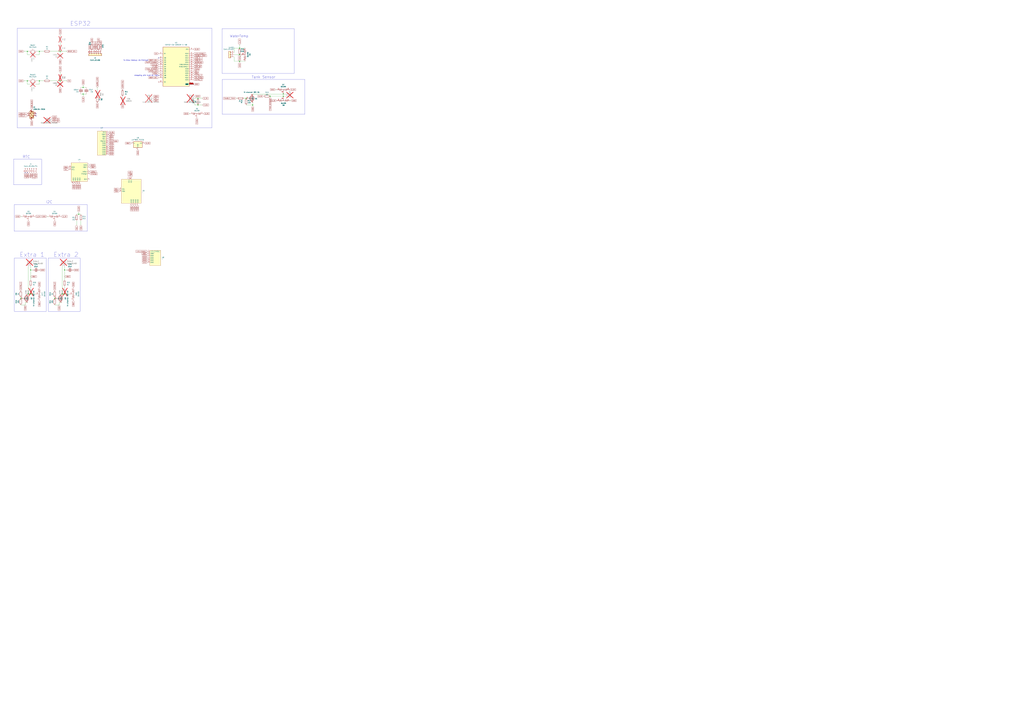
<source format=kicad_sch>
(kicad_sch
	(version 20250114)
	(generator "eeschema")
	(generator_version "9.0")
	(uuid "c26e8d55-0b6e-4c4e-b7c8-b1fed973201c")
	(paper "A0")
	(title_block
		(title "Plant Controller")
		(date "2020-12-21")
		(rev "0.4a")
		(company "C3MA")
	)
	
	(rectangle
		(start 16.51 237.744)
		(end 101.346 268.732)
		(stroke
			(width 0)
			(type default)
		)
		(fill
			(type none)
		)
		(uuid 1ed1aee0-8efb-486a-a550-066a86d5c669)
	)
	(rectangle
		(start 257.81 33.274)
		(end 341.63 85.344)
		(stroke
			(width 0)
			(type default)
		)
		(fill
			(type none)
		)
		(uuid 233c0351-cfd2-4f9e-b811-79c52fcb584d)
	)
	(rectangle
		(start 20.066 32.766)
		(end 246.126 148.59)
		(stroke
			(width 0)
			(type default)
		)
		(fill
			(type none)
		)
		(uuid 3a95b9e0-53dd-4840-b8fb-c11074eed081)
	)
	(rectangle
		(start 257.937 92.329)
		(end 354.076 132.715)
		(stroke
			(width 0)
			(type default)
		)
		(fill
			(type none)
		)
		(uuid 401e2773-4d08-4857-a7c2-f2ab6055fbac)
	)
	(rectangle
		(start 56.134 299.72)
		(end 92.964 361.95)
		(stroke
			(width 0)
			(type default)
		)
		(fill
			(type none)
		)
		(uuid 4b87a272-0a96-40f8-a42c-0bb4a8b95af2)
	)
	(rectangle
		(start 16.764 299.72)
		(end 53.594 361.95)
		(stroke
			(width 0)
			(type default)
		)
		(fill
			(type none)
		)
		(uuid 9180d8ab-03ef-414a-9b16-36a21edb22c2)
	)
	(rectangle
		(start 15.748 184.912)
		(end 48.26 214.63)
		(stroke
			(width 0)
			(type default)
		)
		(fill
			(type none)
		)
		(uuid f1cb09e6-74b4-43c4-8247-c9f441069dc5)
	)
	(text "To Allow Wakeup via interrupt"
		(exclude_from_sim no)
		(at 157.734 70.104 0)
		(effects
			(font
				(size 1.27 1.27)
			)
		)
		(uuid "2a2b2787-1ab7-4400-91a4-ad0dd84a1701")
	)
	(text "ESP32"
		(exclude_from_sim no)
		(at 81.28 30.48 0)
		(effects
			(font
				(size 5 5)
			)
			(justify left bottom)
		)
		(uuid "3279e749-d62b-45dc-920c-a4d4fc61f21f")
	)
	(text "Tank Sensor"
		(exclude_from_sim no)
		(at 292.1 91.44 0)
		(effects
			(font
				(size 3 3)
			)
			(justify left bottom)
		)
		(uuid "45d00ce1-d24d-4745-b54e-c4c2e50e0191")
	)
	(text "WaterTemp"
		(exclude_from_sim no)
		(at 266.954 43.688 0)
		(effects
			(font
				(size 2.667 2.667)
			)
			(justify left bottom)
		)
		(uuid "59c9990c-80fa-43e9-8e04-020dc8e86397")
	)
	(text "strapping pint must be high"
		(exclude_from_sim no)
		(at 169.672 87.63 0)
		(effects
			(font
				(size 1.27 1.27)
			)
		)
		(uuid "7b27cd3b-0694-416b-8a4d-db02b61ad3f5")
	)
	(text "Extra 2"
		(exclude_from_sim no)
		(at 61.976 299.212 0)
		(effects
			(font
				(size 5.2578 5.2578)
			)
			(justify left bottom)
		)
		(uuid "7d4d3c2e-0309-4db4-bb1b-ebcee691b404")
	)
	(text "I2C\n"
		(exclude_from_sim no)
		(at 53.34 236.728 0)
		(effects
			(font
				(size 3 3)
			)
			(justify left bottom)
		)
		(uuid "7ded9190-4a97-4053-98a7-9fc80b60531c")
	)
	(text "RTC"
		(exclude_from_sim no)
		(at 26.416 184.15 0)
		(effects
			(font
				(size 3 3)
			)
			(justify left bottom)
		)
		(uuid "9240960d-2696-4574-a275-d22681c8f19f")
	)
	(text "Extra 1"
		(exclude_from_sim no)
		(at 22.606 299.212 0)
		(effects
			(font
				(size 5.2578 5.2578)
			)
			(justify left bottom)
		)
		(uuid "bb806151-ed93-4260-a513-d3f8a6d3ffec")
	)
	(junction
		(at 31.75 59.69)
		(diameter 0)
		(color 0 0 0 0)
		(uuid "0c801748-df91-4145-83f3-9b19cb585cd0")
	)
	(junction
		(at 35.56 341.63)
		(diameter 0)
		(color 0 0 0 0)
		(uuid "2bef4bea-bb62-4daf-b15b-75895c8a59b4")
	)
	(junction
		(at 33.02 341.63)
		(diameter 0)
		(color 0 0 0 0)
		(uuid "2bf0bdd6-2ca0-4de5-a401-4629c798d1e3")
	)
	(junction
		(at 69.85 59.69)
		(diameter 0)
		(color 0 0 0 0)
		(uuid "44bf766d-2222-4637-ada1-6cbff94abbf8")
	)
	(junction
		(at 278.13 63.5)
		(diameter 0)
		(color 0 0 0 0)
		(uuid "46c0ba75-4154-464f-9e5c-4307b07d2698")
	)
	(junction
		(at 91.44 248.92)
		(diameter 0)
		(color 0 0 0 0)
		(uuid "59cefdea-f0fc-4a2c-8ab5-1fb284bbff64")
	)
	(junction
		(at 35.56 313.69)
		(diameter 0)
		(color 0 0 0 0)
		(uuid "7c4ad104-5060-4b7f-8d45-809ed7f43289")
	)
	(junction
		(at 229.87 121.92)
		(diameter 0)
		(color 0 0 0 0)
		(uuid "80d65bc6-dba9-4812-bdea-0cc2f75d7859")
	)
	(junction
		(at 45.72 59.69)
		(diameter 0)
		(color 0 0 0 0)
		(uuid "a3104c80-278d-416a-b409-fd08d784c6c7")
	)
	(junction
		(at 293.37 121.92)
		(diameter 0)
		(color 0 0 0 0)
		(uuid "a9f9fd58-5fa0-4a3e-95c3-fc0252fa5af0")
	)
	(junction
		(at 285.75 114.3)
		(diameter 0)
		(color 0 0 0 0)
		(uuid "b0e4d6c4-9f37-4b7c-a61f-79c11d6c2915")
	)
	(junction
		(at 328.93 109.22)
		(diameter 0)
		(color 0 0 0 0)
		(uuid "b45885ae-1b76-41c5-80ca-f3da7767748a")
	)
	(junction
		(at 24.13 346.71)
		(diameter 0)
		(color 0 0 0 0)
		(uuid "c29ddec9-e0e6-459d-aa76-01ba1da21bc6")
	)
	(junction
		(at 45.72 93.98)
		(diameter 0)
		(color 0 0 0 0)
		(uuid "c39add44-ba76-41fb-8f18-28fa0366e282")
	)
	(junction
		(at 72.39 341.63)
		(diameter 0)
		(color 0 0 0 0)
		(uuid "cd5c9130-70fb-4c6b-8ad5-eb6ea3ac0bdb")
	)
	(junction
		(at 31.75 93.98)
		(diameter 0)
		(color 0 0 0 0)
		(uuid "d2b0a197-1410-44de-bdc3-e63959ff5b39")
	)
	(junction
		(at 313.69 111.76)
		(diameter 0)
		(color 0 0 0 0)
		(uuid "d5a62d30-8595-4b2d-b77f-2c8c05e3af0b")
	)
	(junction
		(at 278.13 71.12)
		(diameter 0)
		(color 0 0 0 0)
		(uuid "d799f9e7-9ba0-4c73-ab01-d2e64da7f370")
	)
	(junction
		(at 229.87 114.3)
		(diameter 0)
		(color 0 0 0 0)
		(uuid "d87ec7ee-a984-4873-af6a-591dbaf9505a")
	)
	(junction
		(at 74.93 313.69)
		(diameter 0)
		(color 0 0 0 0)
		(uuid "db211aab-6cf1-4a4c-b2bd-2355f82384e0")
	)
	(junction
		(at 328.93 111.76)
		(diameter 0)
		(color 0 0 0 0)
		(uuid "df6d7758-99c5-489b-9654-8c13c4c38e3d")
	)
	(junction
		(at 278.13 55.88)
		(diameter 0)
		(color 0 0 0 0)
		(uuid "e02eebd3-438f-4aea-a333-95525a446142")
	)
	(junction
		(at 96.52 109.22)
		(diameter 0)
		(color 0 0 0 0)
		(uuid "eccbfa59-0c6d-47df-8d18-db1d8a427072")
	)
	(junction
		(at 69.85 93.98)
		(diameter 0)
		(color 0 0 0 0)
		(uuid "ed603a96-a752-490d-9f6b-e11a5c28a267")
	)
	(junction
		(at 96.52 101.6)
		(diameter 0)
		(color 0 0 0 0)
		(uuid "f1a67806-2122-488a-be9e-3def99cac9b4")
	)
	(junction
		(at 74.93 341.63)
		(diameter 0)
		(color 0 0 0 0)
		(uuid "f411ed64-9cd8-41e6-9c45-19388dc3fd14")
	)
	(junction
		(at 63.5 346.71)
		(diameter 0)
		(color 0 0 0 0)
		(uuid "fb2b919c-6424-4e40-bed3-beeb848f4f99")
	)
	(no_connect
		(at 31.75 200.66)
		(uuid "133b7027-41a1-4e09-a1e6-24d8bb033b2a")
	)
	(no_connect
		(at 184.15 67.31)
		(uuid "6d645bf1-339f-4b38-a26a-bdd168ca591e")
	)
	(no_connect
		(at 41.91 134.62)
		(uuid "6e3bf7f5-ac34-42e8-8ef5-a375f9ec4670")
	)
	(no_connect
		(at 29.21 200.66)
		(uuid "a8b1637e-8d2e-4941-b9bd-532be9ff9ba7")
	)
	(no_connect
		(at 41.91 132.08)
		(uuid "d86b8e60-6beb-4fca-8d73-f997d63653a6")
	)
	(no_connect
		(at 184.15 87.63)
		(uuid "f3c5dacd-33c5-408d-ad7a-be143502967e")
	)
	(wire
		(pts
			(xy 41.91 63.5) (xy 45.72 63.5)
		)
		(stroke
			(width 0)
			(type default)
		)
		(uuid "0177a789-58ee-4342-a75b-6dc9759a0292")
	)
	(wire
		(pts
			(xy 74.93 341.63) (xy 80.01 341.63)
		)
		(stroke
			(width 0)
			(type default)
		)
		(uuid "120ebb1b-6e37-49ed-b620-6eb109e270e3")
	)
	(wire
		(pts
			(xy 71.12 351.79) (xy 68.58 351.79)
		)
		(stroke
			(width 0)
			(type default)
		)
		(uuid "12d48094-20d6-4dd4-9b87-9b37592b7583")
	)
	(wire
		(pts
			(xy 96.52 109.22) (xy 96.52 111.76)
		)
		(stroke
			(width 0)
			(type default)
		)
		(uuid "1ab70c7f-b32b-445d-9855-6db940558137")
	)
	(wire
		(pts
			(xy 43.18 59.69) (xy 45.72 59.69)
		)
		(stroke
			(width 0)
			(type default)
		)
		(uuid "1ca63fb6-baf6-4191-bb5e-78a70eea690f")
	)
	(wire
		(pts
			(xy 229.87 114.3) (xy 234.95 114.3)
		)
		(stroke
			(width 0)
			(type default)
		)
		(uuid "1ee75389-371d-4303-a4c9-a6fef7dc46c8")
	)
	(wire
		(pts
			(xy 69.85 93.98) (xy 77.47 93.98)
		)
		(stroke
			(width 0)
			(type default)
		)
		(uuid "21cbfe94-5ca9-4e05-91f8-af8286db52f0")
	)
	(wire
		(pts
			(xy 275.59 114.3) (xy 274.32 114.3)
		)
		(stroke
			(width 0)
			(type default)
		)
		(uuid "2b5e2002-4910-4b28-b2af-64df078c8f37")
	)
	(wire
		(pts
			(xy 24.13 345.44) (xy 24.13 346.71)
		)
		(stroke
			(width 0)
			(type default)
		)
		(uuid "2daf10fb-bf25-4624-8b12-9ecb2739a811")
	)
	(wire
		(pts
			(xy 34.29 97.79) (xy 31.75 97.79)
		)
		(stroke
			(width 0)
			(type default)
		)
		(uuid "31699884-19e8-4f5a-acb0-7aab16d601da")
	)
	(wire
		(pts
			(xy 45.72 63.5) (xy 45.72 59.69)
		)
		(stroke
			(width 0)
			(type default)
		)
		(uuid "31bf5f35-13b7-4fbb-8116-6685511be1f0")
	)
	(wire
		(pts
			(xy 29.21 351.79) (xy 29.21 354.33)
		)
		(stroke
			(width 0)
			(type default)
		)
		(uuid "31ffa7ad-1b60-4f81-a75d-759e6c99fc66")
	)
	(wire
		(pts
			(xy 35.56 313.69) (xy 35.56 309.88)
		)
		(stroke
			(width 0)
			(type default)
		)
		(uuid "3485c98e-42fd-4962-baeb-f49dc1271407")
	)
	(wire
		(pts
			(xy 278.13 52.07) (xy 278.13 55.88)
		)
		(stroke
			(width 0)
			(type default)
		)
		(uuid "36492ecb-e83c-44ed-bce9-108634ac94ff")
	)
	(wire
		(pts
			(xy 35.56 341.63) (xy 40.64 341.63)
		)
		(stroke
			(width 0)
			(type default)
		)
		(uuid "398bc1ad-11e7-49fc-bab0-36ac7dcafc65")
	)
	(wire
		(pts
			(xy 31.75 351.79) (xy 29.21 351.79)
		)
		(stroke
			(width 0)
			(type default)
		)
		(uuid "3a08e8bf-f632-4ee9-8c81-38720a917cf3")
	)
	(wire
		(pts
			(xy 96.52 101.6) (xy 100.33 101.6)
		)
		(stroke
			(width 0)
			(type default)
		)
		(uuid "3dce1630-8f07-4681-bb48-60204f907b65")
	)
	(wire
		(pts
			(xy 74.93 313.69) (xy 74.93 325.12)
		)
		(stroke
			(width 0)
			(type default)
		)
		(uuid "3ff42459-900c-4649-bbc4-ab8737f50082")
	)
	(wire
		(pts
			(xy 72.39 309.88) (xy 72.39 341.63)
		)
		(stroke
			(width 0)
			(type default)
		)
		(uuid "44ae3783-0bc5-433b-8db2-8b8f87531e12")
	)
	(wire
		(pts
			(xy 226.06 114.3) (xy 229.87 114.3)
		)
		(stroke
			(width 0)
			(type default)
		)
		(uuid "44b868eb-c1c8-4396-a25b-1ed4bffa5df2")
	)
	(wire
		(pts
			(xy 271.78 55.88) (xy 278.13 55.88)
		)
		(stroke
			(width 0)
			(type default)
		)
		(uuid "466941da-e72c-4754-9ae3-e5f3e0803017")
	)
	(wire
		(pts
			(xy 320.04 104.14) (xy 321.31 104.14)
		)
		(stroke
			(width 0)
			(type default)
		)
		(uuid "4763bbcb-eda9-4ab0-ad66-1b29bb694dd2")
	)
	(wire
		(pts
			(xy 31.75 59.69) (xy 33.02 59.69)
		)
		(stroke
			(width 0)
			(type default)
		)
		(uuid "483615ee-41ef-48f3-bab8-747913a3b96f")
	)
	(wire
		(pts
			(xy 74.93 313.69) (xy 74.93 309.88)
		)
		(stroke
			(width 0)
			(type default)
		)
		(uuid "4856e7d5-dad7-4499-8e48-3f7304874107")
	)
	(wire
		(pts
			(xy 35.56 313.69) (xy 38.1 313.69)
		)
		(stroke
			(width 0)
			(type default)
		)
		(uuid "4abb9a39-702d-4e8c-a8d7-0cf6650dcf1a")
	)
	(wire
		(pts
			(xy 69.85 86.36) (xy 69.85 83.82)
		)
		(stroke
			(width 0)
			(type default)
		)
		(uuid "4bb38bb9-7c08-4826-a42b-21192907f190")
	)
	(wire
		(pts
			(xy 69.85 59.69) (xy 77.47 59.69)
		)
		(stroke
			(width 0)
			(type default)
		)
		(uuid "5256d83b-af0e-4569-b35e-4538fa9f0c95")
	)
	(wire
		(pts
			(xy 31.75 93.98) (xy 31.75 97.79)
		)
		(stroke
			(width 0)
			(type default)
		)
		(uuid "536ecfb7-07b7-4bf3-b53a-4fdb8c0b7f89")
	)
	(wire
		(pts
			(xy 45.72 59.69) (xy 50.8 59.69)
		)
		(stroke
			(width 0)
			(type default)
		)
		(uuid "54ca3150-def0-4bc3-8825-96aab67dcdc1")
	)
	(wire
		(pts
			(xy 69.85 49.53) (xy 69.85 52.07)
		)
		(stroke
			(width 0)
			(type default)
		)
		(uuid "55bd0438-7295-46aa-bd32-0ce2fda20b0b")
	)
	(wire
		(pts
			(xy 293.37 109.22) (xy 328.93 109.22)
		)
		(stroke
			(width 0)
			(type default)
		)
		(uuid "60a62d88-28f4-4168-abad-a0a075987d66")
	)
	(wire
		(pts
			(xy 219.71 132.08) (xy 220.98 132.08)
		)
		(stroke
			(width 0)
			(type default)
		)
		(uuid "62e15c17-7df5-475e-b103-0d4f69dd85c3")
	)
	(wire
		(pts
			(xy 226.06 116.84) (xy 226.06 121.92)
		)
		(stroke
			(width 0)
			(type default)
		)
		(uuid "644eabac-1c27-416e-bf4d-750948deadf2")
	)
	(wire
		(pts
			(xy 27.94 93.98) (xy 31.75 93.98)
		)
		(stroke
			(width 0)
			(type default)
		)
		(uuid "658cd722-822e-4271-af54-fd25a45efbeb")
	)
	(wire
		(pts
			(xy 74.93 334.01) (xy 74.93 332.74)
		)
		(stroke
			(width 0)
			(type default)
		)
		(uuid "666ce09a-0a0c-491a-bb39-4cbbb328181f")
	)
	(wire
		(pts
			(xy 72.39 341.63) (xy 71.12 341.63)
		)
		(stroke
			(width 0)
			(type default)
		)
		(uuid "6d047e78-eceb-4684-ac3f-c76ea2db8034")
	)
	(wire
		(pts
			(xy 69.85 59.69) (xy 69.85 60.96)
		)
		(stroke
			(width 0)
			(type default)
		)
		(uuid "700ef27d-1afc-4474-9c7e-7495dfb2cd41")
	)
	(wire
		(pts
			(xy 91.44 246.38) (xy 91.44 248.92)
		)
		(stroke
			(width 0)
			(type default)
		)
		(uuid "70866635-ddea-48d8-8718-83534d7ee14b")
	)
	(wire
		(pts
			(xy 96.52 99.06) (xy 96.52 101.6)
		)
		(stroke
			(width 0)
			(type default)
		)
		(uuid "722ee4f9-72ec-47c5-8af9-2593b457c9f6")
	)
	(wire
		(pts
			(xy 63.5 345.44) (xy 63.5 346.71)
		)
		(stroke
			(width 0)
			(type default)
		)
		(uuid "74091b03-ef55-4172-9d0a-d152352c23d4")
	)
	(wire
		(pts
			(xy 93.98 101.6) (xy 96.52 101.6)
		)
		(stroke
			(width 0)
			(type default)
		)
		(uuid "74b2227a-fa56-4549-b733-9557b9413712")
	)
	(wire
		(pts
			(xy 45.72 93.98) (xy 45.72 97.79)
		)
		(stroke
			(width 0)
			(type default)
		)
		(uuid "76babe23-9fed-45a3-9579-567c56af29ba")
	)
	(wire
		(pts
			(xy 33.02 341.63) (xy 35.56 341.63)
		)
		(stroke
			(width 0)
			(type default)
		)
		(uuid "79efefe3-2f9a-4adc-8d8e-3d3c4fd080ba")
	)
	(wire
		(pts
			(xy 34.29 63.5) (xy 31.75 63.5)
		)
		(stroke
			(width 0)
			(type default)
		)
		(uuid "7d485185-3d6f-4ba3-a470-0c5cd8a21f08")
	)
	(wire
		(pts
			(xy 31.75 93.98) (xy 33.02 93.98)
		)
		(stroke
			(width 0)
			(type default)
		)
		(uuid "7e0b43c8-36f8-4add-a349-afdc2cb53952")
	)
	(wire
		(pts
			(xy 271.78 71.12) (xy 278.13 71.12)
		)
		(stroke
			(width 0)
			(type default)
		)
		(uuid "80434ffa-f919-4d72-8038-56a22544dbf9")
	)
	(wire
		(pts
			(xy 93.98 109.22) (xy 96.52 109.22)
		)
		(stroke
			(width 0)
			(type default)
		)
		(uuid "8407ac68-3faf-4589-b1de-98116c7b6a4f")
	)
	(wire
		(pts
			(xy 278.13 63.5) (xy 279.4 63.5)
		)
		(stroke
			(width 0)
			(type default)
		)
		(uuid "85d1d84c-fd22-4545-baea-ced839ab08b1")
	)
	(wire
		(pts
			(xy 24.13 251.46) (xy 25.4 251.46)
		)
		(stroke
			(width 0)
			(type default)
		)
		(uuid "8c027af5-0ec1-4c51-959c-ea99286f05f4")
	)
	(wire
		(pts
			(xy 113.03 101.6) (xy 113.03 104.14)
		)
		(stroke
			(width 0)
			(type default)
		)
		(uuid "906456f1-74dc-4cc0-8aa6-e1b12a5b0326")
	)
	(wire
		(pts
			(xy 271.78 66.04) (xy 271.78 71.12)
		)
		(stroke
			(width 0)
			(type default)
		)
		(uuid "91e75e41-3d05-4931-9e4d-b6a0534378d1")
	)
	(wire
		(pts
			(xy 285.75 121.92) (xy 293.37 121.92)
		)
		(stroke
			(width 0)
			(type default)
		)
		(uuid "91ee550a-c477-47ca-85c9-86517cb173f8")
	)
	(wire
		(pts
			(xy 68.58 351.79) (xy 68.58 354.33)
		)
		(stroke
			(width 0)
			(type default)
		)
		(uuid "93314357-f2cf-4957-a6b1-9d033873da88")
	)
	(wire
		(pts
			(xy 293.37 121.92) (xy 293.37 123.19)
		)
		(stroke
			(width 0)
			(type default)
		)
		(uuid "93c0481b-aacd-483f-a8cc-de3fae8dd8cf")
	)
	(wire
		(pts
			(xy 88.9 256.54) (xy 88.9 261.62)
		)
		(stroke
			(width 0)
			(type default)
		)
		(uuid "93c17db2-793e-4a58-8c7e-ff5af9ec0b01")
	)
	(wire
		(pts
			(xy 226.06 121.92) (xy 229.87 121.92)
		)
		(stroke
			(width 0)
			(type default)
		)
		(uuid "97d339c5-225b-44e6-942d-fe692ed2713c")
	)
	(wire
		(pts
			(xy 278.13 71.12) (xy 284.48 71.12)
		)
		(stroke
			(width 0)
			(type default)
		)
		(uuid "99c7b492-11b3-4968-bb47-e0e498beb4f4")
	)
	(wire
		(pts
			(xy 93.98 261.62) (xy 93.98 256.54)
		)
		(stroke
			(width 0)
			(type default)
		)
		(uuid "a0dea2ad-b1d7-490e-8617-4f6f933c9a95")
	)
	(wire
		(pts
			(xy 58.42 93.98) (xy 69.85 93.98)
		)
		(stroke
			(width 0)
			(type default)
		)
		(uuid "a650c4ef-35d1-41cc-a1b8-2f4d039def3e")
	)
	(wire
		(pts
			(xy 45.72 93.98) (xy 50.8 93.98)
		)
		(stroke
			(width 0)
			(type default)
		)
		(uuid "a6f20c79-82b3-4cbc-a418-b3e892edf979")
	)
	(wire
		(pts
			(xy 229.87 121.92) (xy 234.95 121.92)
		)
		(stroke
			(width 0)
			(type default)
		)
		(uuid "a9a80599-37da-40a1-aecd-15d6cb538347")
	)
	(wire
		(pts
			(xy 41.91 97.79) (xy 45.72 97.79)
		)
		(stroke
			(width 0)
			(type default)
		)
		(uuid "b0727bbf-4aa0-4f1f-a393-5a2444607ca8")
	)
	(wire
		(pts
			(xy 43.18 93.98) (xy 45.72 93.98)
		)
		(stroke
			(width 0)
			(type default)
		)
		(uuid "b34bc502-57b5-42ca-a1e3-e37a6b18fa8a")
	)
	(wire
		(pts
			(xy 293.37 121.92) (xy 293.37 119.38)
		)
		(stroke
			(width 0)
			(type default)
		)
		(uuid "b5a66bcd-3d77-4fc3-a7ef-9522ea59d5b4")
	)
	(wire
		(pts
			(xy 278.13 71.12) (xy 278.13 72.39)
		)
		(stroke
			(width 0)
			(type default)
		)
		(uuid "b8e1344d-eebb-405e-bf45-bf7286818846")
	)
	(wire
		(pts
			(xy 72.39 341.63) (xy 74.93 341.63)
		)
		(stroke
			(width 0)
			(type default)
		)
		(uuid "bcbdfbfe-813b-406c-8e78-ecf377694e4b")
	)
	(wire
		(pts
			(xy 278.13 55.88) (xy 284.48 55.88)
		)
		(stroke
			(width 0)
			(type default)
		)
		(uuid "c3c4e6a5-ffd0-4949-b1ed-9dbac4816a31")
	)
	(wire
		(pts
			(xy 31.75 63.5) (xy 31.75 59.69)
		)
		(stroke
			(width 0)
			(type default)
		)
		(uuid "c64f7182-b1d1-414b-8311-bf9c8def56b0")
	)
	(wire
		(pts
			(xy 27.94 59.69) (xy 31.75 59.69)
		)
		(stroke
			(width 0)
			(type default)
		)
		(uuid "c80e2422-7139-49dc-b3f9-625263c3cdf8")
	)
	(wire
		(pts
			(xy 313.69 111.76) (xy 313.69 113.03)
		)
		(stroke
			(width 0)
			(type default)
		)
		(uuid "d015eee5-e700-4aae-9740-7584ac86f2dc")
	)
	(wire
		(pts
			(xy 69.85 40.64) (xy 69.85 41.91)
		)
		(stroke
			(width 0)
			(type default)
		)
		(uuid "d32bf4e8-ecff-4ac9-ad29-ae1c8bda82d7")
	)
	(wire
		(pts
			(xy 33.02 341.63) (xy 31.75 341.63)
		)
		(stroke
			(width 0)
			(type default)
		)
		(uuid "d3a8bba0-f6b8-492c-bd32-cf4f52b3a460")
	)
	(wire
		(pts
			(xy 271.78 60.96) (xy 271.78 55.88)
		)
		(stroke
			(width 0)
			(type default)
		)
		(uuid "db1449f4-7508-4d35-a59d-651f6bb67398")
	)
	(wire
		(pts
			(xy 68.58 354.33) (xy 63.5 354.33)
		)
		(stroke
			(width 0)
			(type default)
		)
		(uuid "de6ae241-6a11-4acc-aa73-4a79d3e05390")
	)
	(wire
		(pts
			(xy 328.93 111.76) (xy 331.47 111.76)
		)
		(stroke
			(width 0)
			(type default)
		)
		(uuid "e1cb434d-ad4f-4f8f-9de9-d90ae9cd1c77")
	)
	(wire
		(pts
			(xy 283.21 114.3) (xy 285.75 114.3)
		)
		(stroke
			(width 0)
			(type default)
		)
		(uuid "e2df7712-ab61-410a-b1b8-e5fe74794534")
	)
	(wire
		(pts
			(xy 54.61 251.46) (xy 55.88 251.46)
		)
		(stroke
			(width 0)
			(type default)
		)
		(uuid "e3114c64-3a58-46b0-a670-c83661c7de49")
	)
	(wire
		(pts
			(xy 313.69 111.76) (xy 328.93 111.76)
		)
		(stroke
			(width 0)
			(type default)
		)
		(uuid "ed1859d2-f596-4cb5-a5ad-7acc9d34a435")
	)
	(wire
		(pts
			(xy 35.56 313.69) (xy 35.56 325.12)
		)
		(stroke
			(width 0)
			(type default)
		)
		(uuid "ed1fd11f-d09d-48a9-9ccc-935ebda3f31e")
	)
	(wire
		(pts
			(xy 58.42 59.69) (xy 69.85 59.69)
		)
		(stroke
			(width 0)
			(type default)
		)
		(uuid "efe43904-6098-445c-abdc-2bc8ca9294e5")
	)
	(wire
		(pts
			(xy 328.93 109.22) (xy 331.47 109.22)
		)
		(stroke
			(width 0)
			(type default)
		)
		(uuid "f0fe1774-fe0e-4df8-8b74-3ff52c87b757")
	)
	(wire
		(pts
			(xy 337.82 116.84) (xy 336.55 116.84)
		)
		(stroke
			(width 0)
			(type default)
		)
		(uuid "f1a50e89-e842-4523-8212-2d0c94809628")
	)
	(wire
		(pts
			(xy 96.52 109.22) (xy 100.33 109.22)
		)
		(stroke
			(width 0)
			(type default)
		)
		(uuid "f1c085fa-3dc9-4e20-974e-d9de9c622474")
	)
	(wire
		(pts
			(xy 29.21 354.33) (xy 24.13 354.33)
		)
		(stroke
			(width 0)
			(type default)
		)
		(uuid "f2e01eb8-dda0-4f4c-a50c-8fd5751acfb1")
	)
	(wire
		(pts
			(xy 35.56 334.01) (xy 35.56 332.74)
		)
		(stroke
			(width 0)
			(type default)
		)
		(uuid "f3bf6e36-aa7c-4ac8-8639-188ecb6b8e30")
	)
	(wire
		(pts
			(xy 88.9 248.92) (xy 91.44 248.92)
		)
		(stroke
			(width 0)
			(type default)
		)
		(uuid "f5e7d45d-4790-4305-9401-f604f4076991")
	)
	(wire
		(pts
			(xy 271.78 63.5) (xy 278.13 63.5)
		)
		(stroke
			(width 0)
			(type default)
		)
		(uuid "f9c01c92-19e3-4daa-9743-ed08778d5561")
	)
	(wire
		(pts
			(xy 33.02 309.88) (xy 33.02 341.63)
		)
		(stroke
			(width 0)
			(type default)
		)
		(uuid "fa43ccc0-370c-4fdb-a0d8-dd3f4f7e79e7")
	)
	(wire
		(pts
			(xy 74.93 313.69) (xy 77.47 313.69)
		)
		(stroke
			(width 0)
			(type default)
		)
		(uuid "fcaf42a8-4767-4fa9-907c-897f08df9f9c")
	)
	(wire
		(pts
			(xy 91.44 248.92) (xy 93.98 248.92)
		)
		(stroke
			(width 0)
			(type default)
		)
		(uuid "ff6dab05-366f-49e5-b875-92ab1629809b")
	)
	(global_label "GND"
		(shape input)
		(at 85.09 334.01 90)
		(fields_autoplaced yes)
		(effects
			(font
				(size 1.27 1.27)
			)
			(justify left)
		)
		(uuid "01f0ce47-812c-4593-960f-ca9592317683")
		(property "Intersheetrefs" "${INTERSHEET_REFS}"
			(at 85.09 327.1543 90)
			(effects
				(font
					(size 1.27 1.27)
				)
				(justify left)
				(hide yes)
			)
		)
	)
	(global_label "TANK_SENSOR"
		(shape input)
		(at 184.15 80.01 180)
		(fields_autoplaced yes)
		(effects
			(font
				(size 1.27 1.27)
			)
			(justify right)
		)
		(uuid "0277878d-a4a6-4231-8b67-d156df63670e")
		(property "Intersheetrefs" "${INTERSHEET_REFS}"
			(at 168.6957 80.01 0)
			(effects
				(font
					(size 1.27 1.27)
				)
				(justify right)
				(hide yes)
			)
		)
	)
	(global_label "GND"
		(shape input)
		(at 337.82 116.84 0)
		(fields_autoplaced yes)
		(effects
			(font
				(size 1.27 1.27)
			)
			(justify left)
		)
		(uuid "05c81bef-81a5-4a36-ab49-e60fb7156524")
		(property "Intersheetrefs" "${INTERSHEET_REFS}"
			(at 343.9421 116.84 0)
			(effects
				(font
					(size 1.27 1.27)
				)
				(justify left)
				(hide yes)
			)
		)
	)
	(global_label "3_3V"
		(shape input)
		(at 321.31 116.84 180)
		(fields_autoplaced yes)
		(effects
			(font
				(size 1.27 1.27)
			)
			(justify right)
		)
		(uuid "05d6d37f-4aa5-4dd8-a14c-e60a7d890ed1")
		(property "Intersheetrefs" "${INTERSHEET_REFS}"
			(at 314.5832 116.84 0)
			(effects
				(font
					(size 1.27 1.27)
				)
				(justify right)
				(hide yes)
			)
		)
	)
	(global_label "VBAT"
		(shape input)
		(at 152.4 205.74 90)
		(fields_autoplaced yes)
		(effects
			(font
				(size 1.27 1.27)
			)
			(justify left)
		)
		(uuid "06c8a595-7bf2-4dd7-a4f0-ac17b2d46649")
		(property "Intersheetrefs" "${INTERSHEET_REFS}"
			(at 152.4 198.9942 90)
			(effects
				(font
					(size 1.27 1.27)
				)
				(justify left)
				(hide yes)
			)
		)
	)
	(global_label "GND"
		(shape input)
		(at 320.04 104.14 180)
		(fields_autoplaced yes)
		(effects
			(font
				(size 1.27 1.27)
			)
			(justify right)
		)
		(uuid "07eb776c-3b6c-493d-938d-f5eeb93bb30f")
		(property "Intersheetrefs" "${INTERSHEET_REFS}"
			(at 313.9179 104.14 0)
			(effects
				(font
					(size 1.27 1.27)
				)
				(justify right)
				(hide yes)
			)
		)
	)
	(global_label "GND"
		(shape input)
		(at 96.52 99.06 90)
		(fields_autoplaced yes)
		(effects
			(font
				(size 1.27 1.27)
			)
			(justify left)
		)
		(uuid "07f2735a-5fa4-495f-a960-1a2fafe677bd")
		(property "Intersheetrefs" "${INTERSHEET_REFS}"
			(at 96.52 92.9379 90)
			(effects
				(font
					(size 1.27 1.27)
				)
				(justify left)
				(hide yes)
			)
		)
	)
	(global_label "3_3V"
		(shape input)
		(at 149.86 205.74 90)
		(fields_autoplaced yes)
		(effects
			(font
				(size 1.27 1.27)
			)
			(justify left)
		)
		(uuid "09a7e979-4a18-4d80-a7c2-c9c10cdbfd9d")
		(property "Intersheetrefs" "${INTERSHEET_REFS}"
			(at 149.86 198.9338 90)
			(effects
				(font
					(size 1.27 1.27)
				)
				(justify left)
				(hide yes)
			)
		)
	)
	(global_label "GND"
		(shape input)
		(at 226.06 111.76 0)
		(fields_autoplaced yes)
		(effects
			(font
				(size 1.27 1.27)
			)
			(justify left)
		)
		(uuid "09df9ed6-1e8f-41ca-830c-ab300f318c83")
		(property "Intersheetrefs" "${INTERSHEET_REFS}"
			(at 232.2615 111.76 0)
			(effects
				(font
					(size 1.27 1.27)
				)
				(justify left)
				(hide yes)
			)
		)
	)
	(global_label "WORKING"
		(shape input)
		(at 224.79 72.39 0)
		(fields_autoplaced yes)
		(effects
			(font
				(size 1.27 1.27)
			)
			(justify left)
		)
		(uuid "0af53f6a-ea11-4d73-a8d1-f63ebcdc2e54")
		(property "Intersheetrefs" "${INTERSHEET_REFS}"
			(at 235.6482 72.39 0)
			(effects
				(font
					(size 1.27 1.27)
				)
				(justify left)
				(hide yes)
			)
		)
	)
	(global_label "Charge"
		(shape input)
		(at 184.15 74.93 180)
		(fields_autoplaced yes)
		(effects
			(font
				(size 1.27 1.27)
			)
			(justify right)
		)
		(uuid "0d0161bc-7240-4eee-8726-d1822cffb0f6")
		(property "Intersheetrefs" "${INTERSHEET_REFS}"
			(at 175.2272 74.93 0)
			(effects
				(font
					(size 1.27 1.27)
				)
				(justify right)
				(hide yes)
			)
		)
	)
	(global_label "USB_D-"
		(shape input)
		(at 109.22 58.42 90)
		(fields_autoplaced yes)
		(effects
			(font
				(size 1.27 1.27)
			)
			(justify left)
		)
		(uuid "0d994ccb-a63f-4416-9894-9ddfda536836")
		(property "Intersheetrefs" "${INTERSHEET_REFS}"
			(at 109.22 48.469 90)
			(effects
				(font
					(size 1.27 1.27)
				)
				(justify left)
				(hide yes)
			)
		)
	)
	(global_label "GND"
		(shape input)
		(at 154.94 238.76 270)
		(fields_autoplaced yes)
		(effects
			(font
				(size 1.27 1.27)
			)
			(justify right)
		)
		(uuid "0e2ae4f1-4564-4982-956b-ea4c210979bf")
		(property "Intersheetrefs" "${INTERSHEET_REFS}"
			(at 154.94 244.9615 90)
			(effects
				(font
					(size 1.27 1.27)
				)
				(justify right)
				(hide yes)
			)
		)
	)
	(global_label "LED_ENABLE"
		(shape input)
		(at 171.45 292.1 180)
		(fields_autoplaced yes)
		(effects
			(font
				(size 1.27 1.27)
			)
			(justify right)
		)
		(uuid "11cc9fe3-80f4-40f0-bfcd-ee01b4fd2a55")
		(property "Intersheetrefs" "${INTERSHEET_REFS}"
			(at 157.6891 292.1 0)
			(effects
				(font
					(size 1.27 1.27)
				)
				(justify right)
				(hide yes)
			)
		)
	)
	(global_label "SDA"
		(shape input)
		(at 36.83 200.66 270)
		(fields_autoplaced yes)
		(effects
			(font
				(size 1.27 1.27)
			)
			(justify right)
		)
		(uuid "15df726b-dd98-4aca-996c-07a91cdb9d7a")
		(property "Intersheetrefs" "${INTERSHEET_REFS}"
			(at 36.83 206.5591 90)
			(effects
				(font
					(size 1.27 1.27)
				)
				(justify right)
				(hide yes)
			)
		)
	)
	(global_label "GND"
		(shape input)
		(at 171.45 297.18 180)
		(fields_autoplaced yes)
		(effects
			(font
				(size 1.27 1.27)
			)
			(justify right)
		)
		(uuid "1acf831d-2a29-4a4e-a38c-6e35bf2b277f")
		(property "Intersheetrefs" "${INTERSHEET_REFS}"
			(at 165.2485 297.18 0)
			(effects
				(font
					(size 1.27 1.27)
				)
				(justify right)
				(hide yes)
			)
		)
	)
	(global_label "SDA"
		(shape input)
		(at 177.8 116.84 0)
		(fields_autoplaced yes)
		(effects
			(font
				(size 1.27 1.27)
			)
			(justify left)
		)
		(uuid "1c205131-2195-4fc5-98ca-0cab3ff1b276")
		(property "Intersheetrefs" "${INTERSHEET_REFS}"
			(at 183.6197 116.84 0)
			(effects
				(font
					(size 1.27 1.27)
				)
				(justify left)
				(hide yes)
			)
		)
	)
	(global_label "GND"
		(shape input)
		(at 293.37 123.19 270)
		(fields_autoplaced yes)
		(effects
			(font
				(size 1.27 1.27)
			)
			(justify right)
		)
		(uuid "20826301-241c-4b61-8480-c1231645cf78")
		(property "Intersheetrefs" "${INTERSHEET_REFS}"
			(at 293.37 129.3121 90)
			(effects
				(font
					(size 1.27 1.27)
				)
				(justify right)
				(hide yes)
			)
		)
	)
	(global_label "VBAT"
		(shape input)
		(at 85.09 349.25 270)
		(fields_autoplaced yes)
		(effects
			(font
				(size 1.27 1.27)
			)
			(justify right)
		)
		(uuid "23c912c6-12c3-411c-bd7f-baaa5f29c31c")
		(property "Intersheetrefs" "${INTERSHEET_REFS}"
			(at 85.09 356.65 90)
			(effects
				(font
					(size 1.27 1.27)
				)
				(justify right)
				(hide yes)
			)
		)
	)
	(global_label "GND"
		(shape input)
		(at 24.13 251.46 180)
		(fields_autoplaced yes)
		(effects
			(font
				(size 1.27 1.27)
			)
			(justify right)
		)
		(uuid "29a5ca9f-ceff-4d1f-9d68-01494322a3e8")
		(property "Intersheetrefs" "${INTERSHEET_REFS}"
			(at 18.0079 251.46 0)
			(effects
				(font
					(size 1.27 1.27)
				)
				(justify right)
				(hide yes)
			)
		)
	)
	(global_label "GND"
		(shape input)
		(at 125.73 176.53 0)
		(fields_autoplaced yes)
		(effects
			(font
				(size 1.27 1.27)
			)
			(justify left)
		)
		(uuid "2b9f7359-b644-478f-ba13-5ea4a3466855")
		(property "Intersheetrefs" "${INTERSHEET_REFS}"
			(at 131.9315 176.53 0)
			(effects
				(font
					(size 1.27 1.27)
				)
				(justify left)
				(hide yes)
			)
		)
	)
	(global_label "USB_BUS"
		(shape input)
		(at 36.83 127 90)
		(fields_autoplaced yes)
		(effects
			(font
				(size 1.27 1.27)
			)
			(justify left)
		)
		(uuid "2c73b682-c34d-4be6-90ef-25750bdd4b53")
		(property "Intersheetrefs" "${INTERSHEET_REFS}"
			(at 36.83 116.0814 90)
			(effects
				(font
					(size 1.27 1.27)
				)
				(justify left)
				(hide yes)
			)
		)
	)
	(global_label "PUMP_ENABLE"
		(shape input)
		(at 184.15 72.39 180)
		(fields_autoplaced yes)
		(effects
			(font
				(size 1.27 1.27)
			)
			(justify right)
		)
		(uuid "2e795b18-a106-4105-bbb4-8c45273e4987")
		(property "Intersheetrefs" "${INTERSHEET_REFS}"
			(at 168.5143 72.39 0)
			(effects
				(font
					(size 1.27 1.27)
				)
				(justify right)
				(hide yes)
			)
		)
	)
	(global_label "SDA"
		(shape input)
		(at 224.79 85.09 0)
		(fields_autoplaced yes)
		(effects
			(font
				(size 1.27 1.27)
			)
			(justify left)
		)
		(uuid "2eebddac-8c2f-4574-8648-38ee33af1472")
		(property "Intersheetrefs" "${INTERSHEET_REFS}"
			(at 230.6891 85.09 0)
			(effects
				(font
					(size 1.27 1.27)
				)
				(justify left)
				(hide yes)
			)
		)
	)
	(global_label "GND"
		(shape input)
		(at 160.02 173.99 270)
		(fields_autoplaced yes)
		(effects
			(font
				(size 1.27 1.27)
			)
			(justify right)
		)
		(uuid "300650e6-036d-445a-a054-e0480cee81f6")
		(property "Intersheetrefs" "${INTERSHEET_REFS}"
			(at 160.02 180.1915 90)
			(effects
				(font
					(size 1.27 1.27)
				)
				(justify right)
				(hide yes)
			)
		)
	)
	(global_label "WORKING"
		(shape input)
		(at 142.24 104.14 90)
		(fields_autoplaced yes)
		(effects
			(font
				(size 1.27 1.27)
			)
			(justify left)
		)
		(uuid "303310f5-7f76-473a-84ff-825ecc4bddd1")
		(property "Intersheetrefs" "${INTERSHEET_REFS}"
			(at 142.24 93.2818 90)
			(effects
				(font
					(size 1.27 1.27)
				)
				(justify left)
				(hide yes)
			)
		)
	)
	(global_label "FLOW"
		(shape input)
		(at 228.6 137.16 270)
		(fields_autoplaced yes)
		(effects
			(font
				(size 1.27 1.27)
			)
			(justify right)
		)
		(uuid "34231fa6-ab62-4cfa-828a-b9604edabdea")
		(property "Intersheetrefs" "${INTERSHEET_REFS}"
			(at 228.6 144.3896 90)
			(effects
				(font
					(size 1.27 1.27)
				)
				(justify right)
				(hide yes)
			)
		)
	)
	(global_label "GND"
		(shape input)
		(at 125.73 171.45 0)
		(fields_autoplaced yes)
		(effects
			(font
				(size 1.27 1.27)
			)
			(justify left)
		)
		(uuid "36226fb3-6951-4568-90f3-daa99e609121")
		(property "Intersheetrefs" "${INTERSHEET_REFS}"
			(at 131.9315 171.45 0)
			(effects
				(font
					(size 1.27 1.27)
				)
				(justify left)
				(hide yes)
			)
		)
	)
	(global_label "GND"
		(shape input)
		(at 125.73 168.91 0)
		(fields_autoplaced yes)
		(effects
			(font
				(size 1.27 1.27)
			)
			(justify left)
		)
		(uuid "36c40c19-19ac-4e9a-9c4c-07e2994aa2a1")
		(property "Intersheetrefs" "${INTERSHEET_REFS}"
			(at 131.9315 168.91 0)
			(effects
				(font
					(size 1.27 1.27)
				)
				(justify left)
				(hide yes)
			)
		)
	)
	(global_label "GND"
		(shape input)
		(at 224.79 97.79 0)
		(fields_autoplaced yes)
		(effects
			(font
				(size 1.27 1.27)
			)
			(justify left)
		)
		(uuid "3952489d-2258-4eb0-b36f-fed0b81dc0f7")
		(property "Intersheetrefs" "${INTERSHEET_REFS}"
			(at 230.9121 97.79 0)
			(effects
				(font
					(size 1.27 1.27)
				)
				(justify left)
				(hide yes)
			)
		)
	)
	(global_label "EXTRA_2"
		(shape input)
		(at 63.5 337.82 90)
		(fields_autoplaced yes)
		(effects
			(font
				(size 1.27 1.27)
			)
			(justify left)
		)
		(uuid "3ab962ab-f8c1-4e7d-ba3a-b62909df85fe")
		(property "Intersheetrefs" "${INTERSHEET_REFS}"
			(at 63.5 327.6272 90)
			(effects
				(font
					(size 1.27 1.27)
				)
				(justify left)
				(hide yes)
			)
		)
	)
	(global_label "GND"
		(shape input)
		(at 171.45 302.26 180)
		(fields_autoplaced yes)
		(effects
			(font
				(size 1.27 1.27)
			)
			(justify right)
		)
		(uuid "3adfe8c5-95ca-4799-9787-aad655ffd5a2")
		(property "Intersheetrefs" "${INTERSHEET_REFS}"
			(at 165.2485 302.26 0)
			(effects
				(font
					(size 1.27 1.27)
				)
				(justify right)
				(hide yes)
			)
		)
	)
	(global_label "EXTRA_1"
		(shape input)
		(at 24.13 337.82 90)
		(fields_autoplaced yes)
		(effects
			(font
				(size 1.27 1.27)
			)
			(justify left)
		)
		(uuid "428764c2-dec7-4bbb-9ce6-8a82503ab149")
		(property "Intersheetrefs" "${INTERSHEET_REFS}"
			(at 24.13 327.6272 90)
			(effects
				(font
					(size 1.27 1.27)
				)
				(justify left)
				(hide yes)
			)
		)
	)
	(global_label "VBAT"
		(shape input)
		(at 104.14 194.31 0)
		(fields_autoplaced yes)
		(effects
			(font
				(size 1.27 1.27)
			)
			(justify left)
		)
		(uuid "4460be89-aeb8-4588-81b4-86e5166a9474")
		(property "Intersheetrefs" "${INTERSHEET_REFS}"
			(at 110.8858 194.31 0)
			(effects
				(font
					(size 1.27 1.27)
				)
				(justify left)
				(hide yes)
			)
		)
	)
	(global_label "EXTRA_1"
		(shape input)
		(at 224.79 92.71 0)
		(fields_autoplaced yes)
		(effects
			(font
				(size 1.27 1.27)
			)
			(justify left)
		)
		(uuid "4635eda0-e395-42c7-9764-c7b7fc3019ec")
		(property "Intersheetrefs" "${INTERSHEET_REFS}"
			(at 234.9828 92.71 0)
			(effects
				(font
					(size 1.27 1.27)
				)
				(justify left)
				(hide yes)
			)
		)
	)
	(global_label "GND"
		(shape input)
		(at 59.69 135.89 0)
		(fields_autoplaced yes)
		(effects
			(font
				(size 1.27 1.27)
			)
			(justify left)
		)
		(uuid "472614c1-a2b1-4366-9d8e-904ae5de7b8a")
		(property "Intersheetrefs" "${INTERSHEET_REFS}"
			(at 65.8915 135.89 0)
			(effects
				(font
					(size 1.27 1.27)
				)
				(justify left)
				(hide yes)
			)
		)
	)
	(global_label "USB_D-"
		(shape input)
		(at 224.79 67.31 0)
		(fields_autoplaced yes)
		(effects
			(font
				(size 1.27 1.27)
			)
			(justify left)
		)
		(uuid "4762d8da-1631-45c2-a8a0-68b72266e13f")
		(property "Intersheetrefs" "${INTERSHEET_REFS}"
			(at 234.741 67.31 0)
			(effects
				(font
					(size 1.27 1.27)
				)
				(justify left)
				(hide yes)
			)
		)
	)
	(global_label "GND"
		(shape input)
		(at 85.09 313.69 0)
		(fields_autoplaced yes)
		(effects
			(font
				(size 1.27 1.27)
			)
			(justify left)
		)
		(uuid "498c91d4-2879-4126-8859-4d98590377dd")
		(property "Intersheetrefs" "${INTERSHEET_REFS}"
			(at 91.9457 313.69 0)
			(effects
				(font
					(size 1.27 1.27)
				)
				(justify left)
				(hide yes)
			)
		)
	)
	(global_label "3_3V"
		(shape input)
		(at 224.79 57.15 0)
		(fields_autoplaced yes)
		(effects
			(font
				(size 1.27 1.27)
			)
			(justify left)
		)
		(uuid "4b58c183-fef7-4f16-8227-b9c944318b7a")
		(property "Intersheetrefs" "${INTERSHEET_REFS}"
			(at 231.5962 57.15 0)
			(effects
				(font
					(size 1.27 1.27)
				)
				(justify left)
				(hide yes)
			)
		)
	)
	(global_label "GND"
		(shape input)
		(at 219.71 132.08 180)
		(fields_autoplaced yes)
		(effects
			(font
				(size 1.27 1.27)
			)
			(justify right)
		)
		(uuid "4e1f5596-4d13-4a09-8265-b9712f406076")
		(property "Intersheetrefs" "${INTERSHEET_REFS}"
			(at 213.5879 132.08 0)
			(effects
				(font
					(size 1.27 1.27)
				)
				(justify right)
				(hide yes)
			)
		)
	)
	(global_label "LED_ENABLE"
		(shape input)
		(at 224.79 62.23 0)
		(fields_autoplaced yes)
		(effects
			(font
				(size 1.27 1.27)
			)
			(justify left)
		)
		(uuid "5064f40a-c39f-4b20-b500-6fe3c570c724")
		(property "Intersheetrefs" "${INTERSHEET_REFS}"
			(at 238.4715 62.23 0)
			(effects
				(font
					(size 1.27 1.27)
				)
				(justify left)
				(hide yes)
			)
		)
	)
	(global_label "GND"
		(shape input)
		(at 27.94 59.69 180)
		(fields_autoplaced yes)
		(effects
			(font
				(size 1.27 1.27)
			)
			(justify right)
		)
		(uuid "518069ba-320e-4078-b2d1-770c0e5ec936")
		(property "Intersheetrefs" "${INTERSHEET_REFS}"
			(at 21.7385 59.69 0)
			(effects
				(font
					(size 1.27 1.27)
				)
				(justify right)
				(hide yes)
			)
		)
	)
	(global_label "GND"
		(shape input)
		(at 87.63 213.36 270)
		(fields_autoplaced yes)
		(effects
			(font
				(size 1.27 1.27)
			)
			(justify right)
		)
		(uuid "51d59361-a226-4f0c-989b-ed20565b90c7")
		(property "Intersheetrefs" "${INTERSHEET_REFS}"
			(at 87.63 219.5615 90)
			(effects
				(font
					(size 1.27 1.27)
				)
				(justify right)
				(hide yes)
			)
		)
	)
	(global_label "GND"
		(shape input)
		(at 125.73 166.37 0)
		(fields_autoplaced yes)
		(effects
			(font
				(size 1.27 1.27)
			)
			(justify left)
		)
		(uuid "51e33a9c-f244-46d5-81be-410c3572200f")
		(property "Intersheetrefs" "${INTERSHEET_REFS}"
			(at 131.9315 166.37 0)
			(effects
				(font
					(size 1.27 1.27)
				)
				(justify left)
				(hide yes)
			)
		)
	)
	(global_label "USB_D-"
		(shape input)
		(at 31.75 134.62 180)
		(fields_autoplaced yes)
		(effects
			(font
				(size 1.27 1.27)
			)
			(justify right)
		)
		(uuid "56adb73e-4df4-4836-a1b9-8ea138890f53")
		(property "Intersheetrefs" "${INTERSHEET_REFS}"
			(at 21.799 134.62 0)
			(effects
				(font
					(size 1.27 1.27)
				)
				(justify right)
				(hide yes)
			)
		)
	)
	(global_label "GND"
		(shape input)
		(at 125.73 173.99 0)
		(fields_autoplaced yes)
		(effects
			(font
				(size 1.27 1.27)
			)
			(justify left)
		)
		(uuid "56e799dc-2d2c-42c8-a5ef-7cbac761326d")
		(property "Intersheetrefs" "${INTERSHEET_REFS}"
			(at 131.9315 173.99 0)
			(effects
				(font
					(size 1.27 1.27)
				)
				(justify left)
				(hide yes)
			)
		)
	)
	(global_label "GND"
		(shape input)
		(at 171.45 304.8 180)
		(fields_autoplaced yes)
		(effects
			(font
				(size 1.27 1.27)
			)
			(justify right)
		)
		(uuid "589d5ebd-531d-4cd0-92e0-920d88dd2c6b")
		(property "Intersheetrefs" "${INTERSHEET_REFS}"
			(at 165.2485 304.8 0)
			(effects
				(font
					(size 1.27 1.27)
				)
				(justify right)
				(hide yes)
			)
		)
	)
	(global_label "VBAT"
		(shape input)
		(at 74.93 321.31 0)
		(fields_autoplaced yes)
		(effects
			(font
				(size 1.27 1.27)
			)
			(justify left)
		)
		(uuid "58b950aa-a0ce-421c-98d9-29a0d2fc340c")
		(property "Intersheetrefs" "${INTERSHEET_REFS}"
			(at 82.33 321.31 0)
			(effects
				(font
					(size 1.27 1.27)
				)
				(justify left)
				(hide yes)
			)
		)
	)
	(global_label "ESP_RX"
		(shape input)
		(at 59.69 140.97 0)
		(fields_autoplaced yes)
		(effects
			(font
				(size 1.27 1.27)
			)
			(justify left)
		)
		(uuid "61d129ab-3973-43c2-92f3-9e20630d38d2")
		(property "Intersheetrefs" "${INTERSHEET_REFS}"
			(at 69.0966 140.97 0)
			(effects
				(font
					(size 1.27 1.27)
				)
				(justify left)
				(hide yes)
			)
		)
	)
	(global_label "ENABLE_TANK"
		(shape input)
		(at 224.79 64.77 0)
		(fields_autoplaced yes)
		(effects
			(font
				(size 1.27 1.27)
			)
			(justify left)
		)
		(uuid "61eeee41-57d3-4b33-9725-e4bd7ce790e6")
		(property "Intersheetrefs" "${INTERSHEET_REFS}"
			(at 239.6811 64.77 0)
			(effects
				(font
					(size 1.27 1.27)
				)
				(justify left)
				(hide yes)
			)
		)
	)
	(global_label "SDA"
		(shape input)
		(at 138.43 222.25 180)
		(fields_autoplaced yes)
		(effects
			(font
				(size 1.27 1.27)
			)
			(justify right)
		)
		(uuid "637476db-ce8b-4693-97c2-edf2030fd143")
		(property "Intersheetrefs" "${INTERSHEET_REFS}"
			(at 132.5309 222.25 0)
			(effects
				(font
					(size 1.27 1.27)
				)
				(justify right)
				(hide yes)
			)
		)
	)
	(global_label "WARN_LED"
		(shape input)
		(at 184.15 82.55 180)
		(fields_autoplaced yes)
		(effects
			(font
				(size 1.27 1.27)
			)
			(justify right)
		)
		(uuid "63850aa5-2eca-4827-9a2f-c5aed597072f")
		(property "Intersheetrefs" "${INTERSHEET_REFS}"
			(at 172.2638 82.55 0)
			(effects
				(font
					(size 1.27 1.27)
				)
				(justify right)
				(hide yes)
			)
		)
	)
	(global_label "USB_D+"
		(shape input)
		(at 31.75 132.08 180)
		(fields_autoplaced yes)
		(effects
			(font
				(size 1.27 1.27)
			)
			(justify right)
		)
		(uuid "641fdc18-0e68-4102-a25f-5a64897a99a9")
		(property "Intersheetrefs" "${INTERSHEET_REFS}"
			(at 21.799 132.08 0)
			(effects
				(font
					(size 1.27 1.27)
				)
				(justify right)
				(hide yes)
			)
		)
	)
	(global_label "GND"
		(shape input)
		(at 114.3 50.8 90)
		(fields_autoplaced yes)
		(effects
			(font
				(size 1.27 1.27)
			)
			(justify left)
		)
		(uuid "6670a1f5-f930-41ff-903e-31d9082b122d")
		(property "Intersheetrefs" "${INTERSHEET_REFS}"
			(at 114.3 44.5985 90)
			(effects
				(font
					(size 1.27 1.27)
				)
				(justify left)
				(hide yes)
			)
		)
	)
	(global_label "3_3V"
		(shape input)
		(at 234.95 114.3 0)
		(fields_autoplaced yes)
		(effects
			(font
				(size 1.27 1.27)
			)
			(justify left)
		)
		(uuid "67b332d5-995e-4594-8c9e-ace2cfdb02b2")
		(property "Intersheetrefs" "${INTERSHEET_REFS}"
			(at 241.7562 114.3 0)
			(effects
				(font
					(size 1.27 1.27)
				)
				(justify left)
				(hide yes)
			)
		)
	)
	(global_label "EN"
		(shape input)
		(at 184.15 62.23 180)
		(fields_autoplaced yes)
		(effects
			(font
				(size 1.27 1.27)
			)
			(justify right)
		)
		(uuid "6b6568c4-47b2-4aac-9d8b-54c9a4ad6c4c")
		(property "Intersheetrefs" "${INTERSHEET_REFS}"
			(at 179.3395 62.23 0)
			(effects
				(font
					(size 1.27 1.27)
				)
				(justify right)
				(hide yes)
			)
		)
	)
	(global_label "SCL"
		(shape input)
		(at 177.8 114.3 0)
		(fields_autoplaced yes)
		(effects
			(font
				(size 1.27 1.27)
			)
			(justify left)
		)
		(uuid "6cf9fe14-5e08-46ff-90e9-f506b43eab29")
		(property "Intersheetrefs" "${INTERSHEET_REFS}"
			(at 183.6386 114.3 0)
			(effects
				(font
					(size 1.27 1.27)
				)
				(justify left)
				(hide yes)
			)
		)
	)
	(global_label "GND"
		(shape input)
		(at 69.85 101.6 270)
		(fields_autoplaced yes)
		(effects
			(font
				(size 1.27 1.27)
			)
			(justify right)
		)
		(uuid "6db7a698-ea02-4827-8d59-205d50db964b")
		(property "Intersheetrefs" "${INTERSHEET_REFS}"
			(at 69.85 107.8015 90)
			(effects
				(font
					(size 1.27 1.27)
				)
				(justify right)
				(hide yes)
			)
		)
	)
	(global_label "ENABLE_TANK"
		(shape input)
		(at 274.32 114.3 180)
		(fields_autoplaced yes)
		(effects
			(font
				(size 1.27 1.27)
			)
			(justify right)
		)
		(uuid "6feb58a8-369a-492a-a698-068f15390f0b")
		(property "Intersheetrefs" "${INTERSHEET_REFS}"
			(at 259.4289 114.3 0)
			(effects
				(font
					(size 1.27 1.27)
				)
				(justify right)
				(hide yes)
			)
		)
	)
	(global_label "3_3V"
		(shape input)
		(at 306.07 111.76 180)
		(fields_autoplaced yes)
		(effects
			(font
				(size 1.27 1.27)
			)
			(justify right)
		)
		(uuid "726adb2d-ca71-4530-8b5a-c7a1319cedb6")
		(property "Intersheetrefs" "${INTERSHEET_REFS}"
			(at 299.3432 111.76 0)
			(effects
				(font
					(size 1.27 1.27)
				)
				(justify right)
				(hide yes)
			)
		)
	)
	(global_label "GND"
		(shape input)
		(at 92.71 213.36 270)
		(fields_autoplaced yes)
		(effects
			(font
				(size 1.27 1.27)
			)
			(justify right)
		)
		(uuid "72730809-93b0-4f9f-b429-9d67c0fe597e")
		(property "Intersheetrefs" "${INTERSHEET_REFS}"
			(at 92.71 219.5615 90)
			(effects
				(font
					(size 1.27 1.27)
				)
				(justify right)
				(hide yes)
			)
		)
	)
	(global_label "3_3V"
		(shape input)
		(at 39.37 200.66 270)
		(fields_autoplaced yes)
		(effects
			(font
				(size 1.27 1.27)
			)
			(justify right)
		)
		(uuid "73fa36ab-01ba-4c87-a2e4-b5e5f1aa531d")
		(property "Intersheetrefs" "${INTERSHEET_REFS}"
			(at 39.37 207.4662 90)
			(effects
				(font
					(size 1.27 1.27)
				)
				(justify right)
				(hide yes)
			)
		)
	)
	(global_label "ESP_TX"
		(shape input)
		(at 224.79 74.93 0)
		(fields_autoplaced yes)
		(effects
			(font
				(size 1.27 1.27)
			)
			(justify left)
		)
		(uuid "797d79c4-b665-4570-b525-60099fe4cf14")
		(property "Intersheetrefs" "${INTERSHEET_REFS}"
			(at 233.8942 74.93 0)
			(effects
				(font
					(size 1.27 1.27)
				)
				(justify left)
				(hide yes)
			)
		)
	)
	(global_label "EXTRA_2"
		(shape input)
		(at 224.79 87.63 0)
		(fields_autoplaced yes)
		(effects
			(font
				(size 1.27 1.27)
			)
			(justify left)
		)
		(uuid "79c7218b-c7f0-4a6c-8b1d-8ae92200b937")
		(property "Intersheetrefs" "${INTERSHEET_REFS}"
			(at 234.9828 87.63 0)
			(effects
				(font
					(size 1.27 1.27)
				)
				(justify left)
				(hide yes)
			)
		)
	)
	(global_label "GND"
		(shape input)
		(at 278.13 72.39 270)
		(fields_autoplaced yes)
		(effects
			(font
				(size 1.27 1.27)
			)
			(justify right)
		)
		(uuid "7c728893-8e91-4fd0-a7a5-d059f2e0cf46")
		(property "Intersheetrefs" "${INTERSHEET_REFS}"
			(at 278.13 78.5915 90)
			(effects
				(font
					(size 1.27 1.27)
				)
				(justify right)
				(hide yes)
			)
		)
	)
	(global_label "GND"
		(shape input)
		(at 90.17 213.36 270)
		(fields_autoplaced yes)
		(effects
			(font
				(size 1.27 1.27)
			)
			(justify right)
		)
		(uuid "7cf1ea61-fe24-4d6b-a59a-f2a5a5187906")
		(property "Intersheetrefs" "${INTERSHEET_REFS}"
			(at 90.17 219.5615 90)
			(effects
				(font
					(size 1.27 1.27)
				)
				(justify right)
				(hide yes)
			)
		)
	)
	(global_label "TANK_SENSOR"
		(shape input)
		(at 313.69 113.03 270)
		(fields_autoplaced yes)
		(effects
			(font
				(size 1.27 1.27)
			)
			(justify right)
		)
		(uuid "7d1f6969-74d5-4c31-abea-578b57fb10f5")
		(property "Intersheetrefs" "${INTERSHEET_REFS}"
			(at 313.69 128.4049 90)
			(effects
				(font
					(size 1.27 1.27)
				)
				(justify right)
				(hide yes)
			)
		)
	)
	(global_label "GND"
		(shape input)
		(at 113.03 119.38 270)
		(fields_autoplaced yes)
		(effects
			(font
				(size 1.27 1.27)
			)
			(justify right)
		)
		(uuid "83728aa1-e51b-46a5-ad88-b30fae619e6d")
		(property "Intersheetrefs" "${INTERSHEET_REFS}"
			(at 113.03 125.5815 90)
			(effects
				(font
					(size 1.27 1.27)
				)
				(justify right)
				(hide yes)
			)
		)
	)
	(global_label "GND"
		(shape input)
		(at 104.14 191.77 0)
		(fields_autoplaced yes)
		(effects
			(font
				(size 1.27 1.27)
			)
			(justify left)
		)
		(uuid "894a2ba7-42c6-4e98-84ff-bcd6be72bc93")
		(property "Intersheetrefs" "${INTERSHEET_REFS}"
			(at 110.3415 191.77 0)
			(effects
				(font
					(size 1.27 1.27)
				)
				(justify left)
				(hide yes)
			)
		)
	)
	(global_label "FLOW"
		(shape input)
		(at 184.15 77.47 180)
		(fields_autoplaced yes)
		(effects
			(font
				(size 1.27 1.27)
			)
			(justify right)
		)
		(uuid "8a42d86d-f1d1-4fcf-8097-bd009a343904")
		(property "Intersheetrefs" "${INTERSHEET_REFS}"
			(at 176.9204 77.47 0)
			(effects
				(font
					(size 1.27 1.27)
				)
				(justify right)
				(hide yes)
			)
		)
	)
	(global_label "FLOW"
		(shape input)
		(at 234.95 121.92 0)
		(fields_autoplaced yes)
		(effects
			(font
				(size 1.27 1.27)
			)
			(justify left)
		)
		(uuid "8f5f271f-5891-4cb6-af24-301300e256e8")
		(property "Intersheetrefs" "${INTERSHEET_REFS}"
			(at 242.1796 121.92 0)
			(effects
				(font
					(size 1.27 1.27)
				)
				(justify left)
				(hide yes)
			)
		)
	)
	(global_label "GND"
		(shape input)
		(at 54.61 251.46 180)
		(fields_autoplaced yes)
		(effects
			(font
				(size 1.27 1.27)
			)
			(justify right)
		)
		(uuid "90976bfa-da90-48df-a55c-ae16ad01172e")
		(property "Intersheetrefs" "${INTERSHEET_REFS}"
			(at 48.4879 251.46 0)
			(effects
				(font
					(size 1.27 1.27)
				)
				(justify right)
				(hide yes)
			)
		)
	)
	(global_label "GND"
		(shape input)
		(at 36.83 139.7 270)
		(fields_autoplaced yes)
		(effects
			(font
				(size 1.27 1.27)
			)
			(justify right)
		)
		(uuid "95b2a4d4-2359-4606-9d5e-576aae270781")
		(property "Intersheetrefs" "${INTERSHEET_REFS}"
			(at 36.83 145.9015 90)
			(effects
				(font
					(size 1.27 1.27)
				)
				(justify right)
				(hide yes)
			)
		)
	)
	(global_label "SCL"
		(shape input)
		(at 34.29 200.66 270)
		(fields_autoplaced yes)
		(effects
			(font
				(size 1.27 1.27)
			)
			(justify right)
		)
		(uuid "95c8403a-6494-4851-813a-9674c401c511")
		(property "Intersheetrefs" "${INTERSHEET_REFS}"
			(at 34.29 206.4986 90)
			(effects
				(font
					(size 1.27 1.27)
				)
				(justify right)
				(hide yes)
			)
		)
	)
	(global_label "3_3V"
		(shape input)
		(at 71.12 251.46 0)
		(fields_autoplaced yes)
		(effects
			(font
				(size 1.27 1.27)
			)
			(justify left)
		)
		(uuid "963bb78d-0589-4750-a604-ac055856b873")
		(property "Intersheetrefs" "${INTERSHEET_REFS}"
			(at 77.8468 251.46 0)
			(effects
				(font
					(size 1.27 1.27)
				)
				(justify left)
				(hide yes)
			)
		)
	)
	(global_label "3_3V"
		(shape input)
		(at 278.13 52.07 90)
		(fields_autoplaced yes)
		(effects
			(font
				(size 1.27 1.27)
			)
			(justify left)
		)
		(uuid "9684777a-852e-4753-9b20-82800bbf41c5")
		(property "Intersheetrefs" "${INTERSHEET_REFS}"
			(at 278.13 45.2638 90)
			(effects
				(font
					(size 1.27 1.27)
				)
				(justify left)
				(hide yes)
			)
		)
	)
	(global_label "GND"
		(shape input)
		(at 85.09 213.36 270)
		(fields_autoplaced yes)
		(effects
			(font
				(size 1.27 1.27)
			)
			(justify right)
		)
		(uuid "96a793f2-f791-4151-b3c0-1fc706fb9fb1")
		(property "Intersheetrefs" "${INTERSHEET_REFS}"
			(at 85.09 219.5615 90)
			(effects
				(font
					(size 1.27 1.27)
				)
				(justify right)
				(hide yes)
			)
		)
	)
	(global_label "VBAT"
		(shape input)
		(at 45.72 349.25 270)
		(fields_autoplaced yes)
		(effects
			(font
				(size 1.27 1.27)
			)
			(justify right)
		)
		(uuid "979ecf5c-6510-4ebf-8c75-960d75727c0a")
		(property "Intersheetrefs" "${INTERSHEET_REFS}"
			(at 45.72 356.65 90)
			(effects
				(font
					(size 1.27 1.27)
				)
				(justify right)
				(hide yes)
			)
		)
	)
	(global_label "EN"
		(shape input)
		(at 77.47 93.98 0)
		(fields_autoplaced yes)
		(effects
			(font
				(size 1.27 1.27)
			)
			(justify left)
		)
		(uuid "984fda57-5ff6-4360-befe-902d92caca17")
		(property "Intersheetrefs" "${INTERSHEET_REFS}"
			(at 82.2805 93.98 0)
			(effects
				(font
					(size 1.27 1.27)
				)
				(justify left)
				(hide yes)
			)
		)
	)
	(global_label "GND"
		(shape input)
		(at 69.85 68.58 270)
		(fields_autoplaced yes)
		(effects
			(font
				(size 1.27 1.27)
			)
			(justify right)
		)
		(uuid "98fab2ce-fe9b-4074-90fb-17aaedaa1572")
		(property "Intersheetrefs" "${INTERSHEET_REFS}"
			(at 69.85 74.7815 90)
			(effects
				(font
					(size 1.27 1.27)
				)
				(justify right)
				(hide yes)
			)
		)
	)
	(global_label "SQW"
		(shape input)
		(at 31.75 200.66 270)
		(fields_autoplaced yes)
		(effects
			(font
				(size 1.27 1.27)
			)
			(justify right)
		)
		(uuid "998e1de2-4890-4fc1-99fb-9a04449b4de8")
		(property "Intersheetrefs" "${INTERSHEET_REFS}"
			(at 31.75 206.9824 90)
			(effects
				(font
					(size 1.27 1.27)
				)
				(justify right)
				(hide yes)
			)
		)
	)
	(global_label "ESP_RX"
		(shape input)
		(at 224.79 77.47 0)
		(fields_autoplaced yes)
		(effects
			(font
				(size 1.27 1.27)
			)
			(justify left)
		)
		(uuid "99cdf9f0-0d66-4356-ba2e-ce90398e603b")
		(property "Intersheetrefs" "${INTERSHEET_REFS}"
			(at 234.1966 77.47 0)
			(effects
				(font
					(size 1.27 1.27)
				)
				(justify left)
				(hide yes)
			)
		)
	)
	(global_label "GND"
		(shape input)
		(at 106.68 50.8 90)
		(fields_autoplaced yes)
		(effects
			(font
				(size 1.27 1.27)
			)
			(justify left)
		)
		(uuid "9ae143ea-a34a-42dc-8e79-ec1d21bd550d")
		(property "Intersheetrefs" "${INTERSHEET_REFS}"
			(at 106.68 44.5985 90)
			(effects
				(font
					(size 1.27 1.27)
				)
				(justify left)
				(hide yes)
			)
		)
	)
	(global_label "GND"
		(shape input)
		(at 171.45 299.72 180)
		(fields_autoplaced yes)
		(effects
			(font
				(size 1.27 1.27)
			)
			(justify right)
		)
		(uuid "9c257c82-3a66-43c1-b34f-d4f28177efe5")
		(property "Intersheetrefs" "${INTERSHEET_REFS}"
			(at 165.2485 299.72 0)
			(effects
				(font
					(size 1.27 1.27)
				)
				(justify right)
				(hide yes)
			)
		)
	)
	(global_label "GND"
		(shape input)
		(at 45.72 334.01 90)
		(fields_autoplaced yes)
		(effects
			(font
				(size 1.27 1.27)
			)
			(justify left)
		)
		(uuid "9e3d5ddc-9842-4320-8246-3884a49fbeb0")
		(property "Intersheetrefs" "${INTERSHEET_REFS}"
			(at 45.72 327.1543 90)
			(effects
				(font
					(size 1.27 1.27)
				)
				(justify left)
				(hide yes)
			)
		)
	)
	(global_label "Temp"
		(shape input)
		(at 278.13 63.5 270)
		(fields_autoplaced yes)
		(effects
			(font
				(size 1.27 1.27)
			)
			(justify right)
		)
		(uuid "a09440e9-1710-48a8-92c4-6dc2e082dd2f")
		(property "Intersheetrefs" "${INTERSHEET_REFS}"
			(at 278.13 70.7295 90)
			(effects
				(font
					(size 1.27 1.27)
				)
				(justify right)
				(hide yes)
			)
		)
	)
	(global_label "SCL"
		(shape input)
		(at 125.73 161.29 0)
		(fields_autoplaced yes)
		(effects
			(font
				(size 1.27 1.27)
			)
			(justify left)
		)
		(uuid "a227253c-0ec2-4803-9a4d-ab822d361561")
		(property "Intersheetrefs" "${INTERSHEET_REFS}"
			(at 131.5686 161.29 0)
			(effects
				(font
					(size 1.27 1.27)
				)
				(justify left)
				(hide yes)
			)
		)
	)
	(global_label "Temp"
		(shape input)
		(at 224.79 80.01 0)
		(fields_autoplaced yes)
		(effects
			(font
				(size 1.27 1.27)
			)
			(justify left)
		)
		(uuid "a3b29fcc-ac69-4db7-ba59-e5e31247024c")
		(property "Intersheetrefs" "${INTERSHEET_REFS}"
			(at 232.0195 80.01 0)
			(effects
				(font
					(size 1.27 1.27)
				)
				(justify left)
				(hide yes)
			)
		)
	)
	(global_label "USB_D+"
		(shape input)
		(at 224.79 69.85 0)
		(fields_autoplaced yes)
		(effects
			(font
				(size 1.27 1.27)
			)
			(justify left)
		)
		(uuid "a7510065-49a3-42f5-9703-991014bdf1f8")
		(property "Intersheetrefs" "${INTERSHEET_REFS}"
			(at 234.741 69.85 0)
			(effects
				(font
					(size 1.27 1.27)
				)
				(justify left)
				(hide yes)
			)
		)
	)
	(global_label "GND"
		(shape input)
		(at 68.58 354.33 270)
		(fields_autoplaced yes)
		(effects
			(font
				(size 1.27 1.27)
			)
			(justify right)
		)
		(uuid "aa7ff467-24ee-4751-babf-a56a68710f5f")
		(property "Intersheetrefs" "${INTERSHEET_REFS}"
			(at 68.58 361.1857 90)
			(effects
				(font
					(size 1.27 1.27)
				)
				(justify right)
				(hide yes)
			)
		)
	)
	(global_label "3_3V"
		(shape input)
		(at 40.64 251.46 0)
		(fields_autoplaced yes)
		(effects
			(font
				(size 1.27 1.27)
			)
			(justify left)
		)
		(uuid "ab9167b4-e3ed-49ec-8766-5617330005c2")
		(property "Intersheetrefs" "${INTERSHEET_REFS}"
			(at 47.3668 251.46 0)
			(effects
				(font
					(size 1.27 1.27)
				)
				(justify left)
				(hide yes)
			)
		)
	)
	(global_label "IsDay"
		(shape input)
		(at 104.14 199.39 0)
		(fields_autoplaced yes)
		(effects
			(font
				(size 1.27 1.27)
			)
			(justify left)
		)
		(uuid "ab9c2b2f-7b95-4bc5-a69a-fc1b576bd0d4")
		(property "Intersheetrefs" "${INTERSHEET_REFS}"
			(at 111.4905 199.39 0)
			(effects
				(font
					(size 1.27 1.27)
				)
				(justify left)
				(hide yes)
			)
		)
	)
	(global_label "3_3V"
		(shape input)
		(at 167.64 166.37 0)
		(fields_autoplaced yes)
		(effects
			(font
				(size 1.27 1.27)
			)
			(justify left)
		)
		(uuid "ae2c10ff-91ea-485a-938c-4a52ed2ff80a")
		(property "Intersheetrefs" "${INTERSHEET_REFS}"
			(at 174.3668 166.37 0)
			(effects
				(font
					(size 1.27 1.27)
				)
				(justify left)
				(hide yes)
			)
		)
	)
	(global_label "SCL"
		(shape input)
		(at 138.43 219.71 180)
		(fields_autoplaced yes)
		(effects
			(font
				(size 1.27 1.27)
			)
			(justify right)
		)
		(uuid "b2129460-7640-4320-8487-172824f2a585")
		(property "Intersheetrefs" "${INTERSHEET_REFS}"
			(at 132.5914 219.71 0)
			(effects
				(font
					(size 1.27 1.27)
				)
				(justify right)
				(hide yes)
			)
		)
	)
	(global_label "USB_D+"
		(shape input)
		(at 111.76 58.42 90)
		(fields_autoplaced yes)
		(effects
			(font
				(size 1.27 1.27)
			)
			(justify left)
		)
		(uuid "b267c976-c56d-48cb-8ab6-27c3817cfb04")
		(property "Intersheetrefs" "${INTERSHEET_REFS}"
			(at 111.76 48.469 90)
			(effects
				(font
					(size 1.27 1.27)
				)
				(justify left)
				(hide yes)
			)
		)
	)
	(global_label "VBAT"
		(shape input)
		(at 125.73 156.21 0)
		(fields_autoplaced yes)
		(effects
			(font
				(size 1.27 1.27)
			)
			(justify left)
		)
		(uuid "b390b0d1-6cc5-4e37-8ed3-ff575aa49105")
		(property "Intersheetrefs" "${INTERSHEET_REFS}"
			(at 132.4758 156.21 0)
			(effects
				(font
					(size 1.27 1.27)
				)
				(justify left)
				(hide yes)
			)
		)
	)
	(global_label "GND"
		(shape input)
		(at 104.14 58.42 90)
		(fields_autoplaced yes)
		(effects
			(font
				(size 1.27 1.27)
			)
			(justify left)
		)
		(uuid "b3d73155-b32e-4cee-a949-0c917a707cc1")
		(property "Intersheetrefs" "${INTERSHEET_REFS}"
			(at 104.14 52.2185 90)
			(effects
				(font
					(size 1.27 1.27)
				)
				(justify left)
				(hide yes)
			)
		)
	)
	(global_label "BOOT_SEL"
		(shape input)
		(at 77.47 59.69 0)
		(fields_autoplaced yes)
		(effects
			(font
				(size 1.27 1.27)
			)
			(justify left)
		)
		(uuid "b5453678-8ccb-47bb-bf9d-2456b2fb81ed")
		(property "Intersheetrefs" "${INTERSHEET_REFS}"
			(at 89.0538 59.69 0)
			(effects
				(font
					(size 1.27 1.27)
				)
				(justify left)
				(hide yes)
			)
		)
	)
	(global_label "SDA"
		(shape input)
		(at 80.01 194.31 180)
		(fields_autoplaced yes)
		(effects
			(font
				(size 1.27 1.27)
			)
			(justify right)
		)
		(uuid "b7dd6cef-c9f2-4b76-8bc9-98ca1185c21b")
		(property "Intersheetrefs" "${INTERSHEET_REFS}"
			(at 74.1109 194.31 0)
			(effects
				(font
					(size 1.27 1.27)
				)
				(justify right)
				(hide yes)
			)
		)
	)
	(global_label "3_3V"
		(shape input)
		(at 336.55 104.14 0)
		(fields_autoplaced yes)
		(effects
			(font
				(size 1.27 1.27)
			)
			(justify left)
		)
		(uuid "b82a49b6-274c-4b19-988a-7889854a2a93")
		(property "Intersheetrefs" "${INTERSHEET_REFS}"
			(at 343.2768 104.14 0)
			(effects
				(font
					(size 1.27 1.27)
				)
				(justify left)
				(hide yes)
			)
		)
	)
	(global_label "3_3V"
		(shape input)
		(at 236.22 132.08 0)
		(fields_autoplaced yes)
		(effects
			(font
				(size 1.27 1.27)
			)
			(justify left)
		)
		(uuid "bbc95c10-6c4f-47b4-af1b-0d56a012b076")
		(property "Intersheetrefs" "${INTERSHEET_REFS}"
			(at 242.9468 132.08 0)
			(effects
				(font
					(size 1.27 1.27)
				)
				(justify left)
				(hide yes)
			)
		)
	)
	(global_label "VBAT"
		(shape input)
		(at 171.45 294.64 180)
		(fields_autoplaced yes)
		(effects
			(font
				(size 1.27 1.27)
			)
			(justify right)
		)
		(uuid "c0bdced2-a950-45e0-98c4-0321fe884a68")
		(property "Intersheetrefs" "${INTERSHEET_REFS}"
			(at 164.7042 294.64 0)
			(effects
				(font
					(size 1.27 1.27)
				)
				(justify right)
				(hide yes)
			)
		)
	)
	(global_label "GND"
		(shape input)
		(at 160.02 238.76 270)
		(fields_autoplaced yes)
		(effects
			(font
				(size 1.27 1.27)
			)
			(justify right)
		)
		(uuid "c10bd1bb-0c68-4325-b773-944977476665")
		(property "Intersheetrefs" "${INTERSHEET_REFS}"
			(at 160.02 244.9615 90)
			(effects
				(font
					(size 1.27 1.27)
				)
				(justify right)
				(hide yes)
			)
		)
	)
	(global_label "GND"
		(shape input)
		(at 157.48 238.76 270)
		(fields_autoplaced yes)
		(effects
			(font
				(size 1.27 1.27)
			)
			(justify right)
		)
		(uuid "c3d0b527-052c-4ca7-97d0-f31ee313776d")
		(property "Intersheetrefs" "${INTERSHEET_REFS}"
			(at 157.48 244.9615 90)
			(effects
				(font
					(size 1.27 1.27)
				)
				(justify right)
				(hide yes)
			)
		)
	)
	(global_label "Charge"
		(shape input)
		(at 104.14 201.93 0)
		(fields_autoplaced yes)
		(effects
			(font
				(size 1.27 1.27)
			)
			(justify left)
		)
		(uuid "c5ffba94-9f39-41b7-93c8-b20746dd4e11")
		(property "Intersheetrefs" "${INTERSHEET_REFS}"
			(at 113.0628 201.93 0)
			(effects
				(font
					(size 1.27 1.27)
				)
				(justify left)
				(hide yes)
			)
		)
	)
	(global_label "3_3V"
		(shape input)
		(at 125.73 153.67 0)
		(fields_autoplaced yes)
		(effects
			(font
				(size 1.27 1.27)
			)
			(justify left)
		)
		(uuid "c6ef9322-c279-4a9b-a031-12f1583b70ec")
		(property "Intersheetrefs" "${INTERSHEET_REFS}"
			(at 132.4568 153.67 0)
			(effects
				(font
					(size 1.27 1.27)
				)
				(justify left)
				(hide yes)
			)
		)
	)
	(global_label "GND"
		(shape input)
		(at 177.8 111.76 0)
		(fields_autoplaced yes)
		(effects
			(font
				(size 1.27 1.27)
			)
			(justify left)
		)
		(uuid "c8795ea6-2e82-4215-b93e-8b6ce6fa344f")
		(property "Intersheetrefs" "${INTERSHEET_REFS}"
			(at 184.0015 111.76 0)
			(effects
				(font
					(size 1.27 1.27)
				)
				(justify left)
				(hide yes)
			)
		)
	)
	(global_label "BOOT_SEL"
		(shape input)
		(at 184.15 69.85 180)
		(fields_autoplaced yes)
		(effects
			(font
				(size 1.27 1.27)
			)
			(justify right)
		)
		(uuid "c950d1b6-641b-4e11-8c00-113a9a15f552")
		(property "Intersheetrefs" "${INTERSHEET_REFS}"
			(at 172.5662 69.85 0)
			(effects
				(font
					(size 1.27 1.27)
				)
				(justify right)
				(hide yes)
			)
		)
	)
	(global_label "GND"
		(shape input)
		(at 41.91 200.66 270)
		(fields_autoplaced yes)
		(effects
			(font
				(size 1.27 1.27)
			)
			(justify right)
		)
		(uuid "ccc31939-ab69-4ff8-815c-cae6319350ed")
		(property "Intersheetrefs" "${INTERSHEET_REFS}"
			(at 41.91 206.8615 90)
			(effects
				(font
					(size 1.27 1.27)
				)
				(justify right)
				(hide yes)
			)
		)
	)
	(global_label "32K"
		(shape input)
		(at 29.21 200.66 270)
		(fields_autoplaced yes)
		(effects
			(font
				(size 1.27 1.27)
			)
			(justify right)
		)
		(uuid "ce3267d6-78e4-46a0-8a71-0ef1a9ea7801")
		(property "Intersheetrefs" "${INTERSHEET_REFS}"
			(at 29.21 206.68 90)
			(effects
				(font
					(size 1.27 1.27)
				)
				(justify right)
				(hide yes)
			)
		)
	)
	(global_label "WARN_LED"
		(shape input)
		(at 113.03 101.6 90)
		(fields_autoplaced yes)
		(effects
			(font
				(size 1.27 1.27)
			)
			(justify left)
		)
		(uuid "d1e96bc4-3aab-4dc8-be8d-5eda52b520a0")
		(property "Intersheetrefs" "${INTERSHEET_REFS}"
			(at 113.03 89.7138 90)
			(effects
				(font
					(size 1.27 1.27)
				)
				(justify left)
				(hide yes)
			)
		)
	)
	(global_label "VBAT"
		(shape input)
		(at 152.4 166.37 180)
		(fields_autoplaced yes)
		(effects
			(font
				(size 1.27 1.27)
			)
			(justify right)
		)
		(uuid "d2f91551-642c-4565-8046-0871191fac48")
		(property "Intersheetrefs" "${INTERSHEET_REFS}"
			(at 145.6542 166.37 0)
			(effects
				(font
					(size 1.27 1.27)
				)
				(justify right)
				(hide yes)
			)
		)
	)
	(global_label "SCL"
		(shape input)
		(at 224.79 82.55 0)
		(fields_autoplaced yes)
		(effects
			(font
				(size 1.27 1.27)
			)
			(justify left)
		)
		(uuid "d9289688-024c-42cf-bf18-b9ea21c3b06c")
		(property "Intersheetrefs" "${INTERSHEET_REFS}"
			(at 230.6286 82.55 0)
			(effects
				(font
					(size 1.27 1.27)
				)
				(justify left)
				(hide yes)
			)
		)
	)
	(global_label "CD_Probe"
		(shape input)
		(at 125.73 163.83 0)
		(fields_autoplaced yes)
		(effects
			(font
				(size 1.27 1.27)
			)
			(justify left)
		)
		(uuid "dc04b57c-fad3-49d7-8c44-6441b00906d7")
		(property "Intersheetrefs" "${INTERSHEET_REFS}"
			(at 137.0114 163.83 0)
			(effects
				(font
					(size 1.27 1.27)
				)
				(justify left)
				(hide yes)
			)
		)
	)
	(global_label "SCL"
		(shape input)
		(at 63.5 256.54 270)
		(fields_autoplaced yes)
		(effects
			(font
				(size 1.27 1.27)
			)
			(justify right)
		)
		(uuid "dd5109ca-9fdb-4b4b-b768-3dd33dfb1e43")
		(property "Intersheetrefs" "${INTERSHEET_REFS}"
			(at 63.5 262.3786 90)
			(effects
				(font
					(size 1.27 1.27)
				)
				(justify right)
				(hide yes)
			)
		)
	)
	(global_label "BOOT_SEL"
		(shape input)
		(at 184.15 90.17 180)
		(fields_autoplaced yes)
		(effects
			(font
				(size 1.27 1.27)
			)
			(justify right)
		)
		(uuid "e1ccce08-7f06-4a38-ba78-e1e114333b34")
		(property "Intersheetrefs" "${INTERSHEET_REFS}"
			(at 172.5662 90.17 0)
			(effects
				(font
					(size 1.27 1.27)
				)
				(justify right)
				(hide yes)
			)
		)
	)
	(global_label "3_3V"
		(shape input)
		(at 69.85 83.82 90)
		(fields_autoplaced yes)
		(effects
			(font
				(size 1.27 1.27)
			)
			(justify left)
		)
		(uuid "e22a0a6f-ff55-4be5-82e4-3cb3aeab9318")
		(property "Intersheetrefs" "${INTERSHEET_REFS}"
			(at 69.85 77.0138 90)
			(effects
				(font
					(size 1.27 1.27)
				)
				(justify left)
				(hide yes)
			)
		)
	)
	(global_label "3_3V"
		(shape input)
		(at 91.44 246.38 90)
		(fields_autoplaced yes)
		(effects
			(font
				(size 1.27 1.27)
			)
			(justify left)
		)
		(uuid "e5b704d2-4235-4e7d-b3a2-0594734c1a60")
		(property "Intersheetrefs" "${INTERSHEET_REFS}"
			(at 91.44 239.5738 90)
			(effects
				(font
					(size 1.27 1.27)
				)
				(justify left)
				(hide yes)
			)
		)
	)
	(global_label "SCL"
		(shape input)
		(at 80.01 196.85 180)
		(fields_autoplaced yes)
		(effects
			(font
				(size 1.27 1.27)
			)
			(justify right)
		)
		(uuid "e5dd4e64-94de-4855-8f4b-9ec9680d0983")
		(property "Intersheetrefs" "${INTERSHEET_REFS}"
			(at 74.1714 196.85 0)
			(effects
				(font
					(size 1.27 1.27)
				)
				(justify right)
				(hide yes)
			)
		)
	)
	(global_label "CD_Probe"
		(shape input)
		(at 224.79 90.17 0)
		(fields_autoplaced yes)
		(effects
			(font
				(size 1.27 1.27)
			)
			(justify left)
		)
		(uuid "e5fc8039-2e3c-4d37-a2b7-76c0322c7dd3")
		(property "Intersheetrefs" "${INTERSHEET_REFS}"
			(at 236.0714 90.17 0)
			(effects
				(font
					(size 1.27 1.27)
				)
				(justify left)
				(hide yes)
			)
		)
	)
	(global_label "3_3V"
		(shape input)
		(at 69.85 40.64 90)
		(fields_autoplaced yes)
		(effects
			(font
				(size 1.27 1.27)
			)
			(justify left)
		)
		(uuid "e64854d4-454c-45d4-8ac7-d384047ae340")
		(property "Intersheetrefs" "${INTERSHEET_REFS}"
			(at 69.85 33.8338 90)
			(effects
				(font
					(size 1.27 1.27)
				)
				(justify left)
				(hide yes)
			)
		)
	)
	(global_label "3_3V"
		(shape input)
		(at 96.52 111.76 270)
		(fields_autoplaced yes)
		(effects
			(font
				(size 1.27 1.27)
			)
			(justify right)
		)
		(uuid "e76bcc84-4e4f-4b29-b319-25b33c2d68f4")
		(property "Intersheetrefs" "${INTERSHEET_REFS}"
			(at 96.52 118.5662 90)
			(effects
				(font
					(size 1.27 1.27)
				)
				(justify right)
				(hide yes)
			)
		)
	)
	(global_label "GND"
		(shape input)
		(at 27.94 93.98 180)
		(fields_autoplaced yes)
		(effects
			(font
				(size 1.27 1.27)
			)
			(justify right)
		)
		(uuid "eaadaea4-4cc2-43c5-8eb8-0becb646a634")
		(property "Intersheetrefs" "${INTERSHEET_REFS}"
			(at 21.7385 93.98 0)
			(effects
				(font
					(size 1.27 1.27)
				)
				(justify right)
				(hide yes)
			)
		)
	)
	(global_label "SDA"
		(shape input)
		(at 125.73 158.75 0)
		(fields_autoplaced yes)
		(effects
			(font
				(size 1.27 1.27)
			)
			(justify left)
		)
		(uuid "ebad6028-750e-456b-bad3-e8800e33c246")
		(property "Intersheetrefs" "${INTERSHEET_REFS}"
			(at 131.6291 158.75 0)
			(effects
				(font
					(size 1.27 1.27)
				)
				(justify left)
				(hide yes)
			)
		)
	)
	(global_label "GND"
		(shape input)
		(at 45.72 313.69 0)
		(fields_autoplaced yes)
		(effects
			(font
				(size 1.27 1.27)
			)
			(justify left)
		)
		(uuid "eefd5954-c406-49de-afa9-eaa078579ae5")
		(property "Intersheetrefs" "${INTERSHEET_REFS}"
			(at 52.5757 313.69 0)
			(effects
				(font
					(size 1.27 1.27)
				)
				(justify left)
				(hide yes)
			)
		)
	)
	(global_label "USB_BUS"
		(shape input)
		(at 116.84 58.42 90)
		(fields_autoplaced yes)
		(effects
			(font
				(size 1.27 1.27)
			)
			(justify left)
		)
		(uuid "ef1c79fe-6a58-4b10-89f3-c5084ca28c91")
		(property "Intersheetrefs" "${INTERSHEET_REFS}"
			(at 116.84 47.5014 90)
			(effects
				(font
					(size 1.27 1.27)
				)
				(justify left)
				(hide yes)
			)
		)
	)
	(global_label "SDA"
		(shape input)
		(at 33.02 256.54 270)
		(fields_autoplaced yes)
		(effects
			(font
				(size 1.27 1.27)
			)
			(justify right)
		)
		(uuid "f1419d7c-408e-4e41-bbb1-bdff4c110874")
		(property "Intersheetrefs" "${INTERSHEET_REFS}"
			(at 33.02 262.4391 90)
			(effects
				(font
					(size 1.27 1.27)
				)
				(justify right)
				(hide yes)
			)
		)
	)
	(global_label "GND"
		(shape input)
		(at 125.73 179.07 0)
		(fields_autoplaced yes)
		(effects
			(font
				(size 1.27 1.27)
			)
			(justify left)
		)
		(uuid "f33ceed4-257c-4060-8932-54eca2a9ad88")
		(property "Intersheetrefs" "${INTERSHEET_REFS}"
			(at 131.9315 179.07 0)
			(effects
				(font
					(size 1.27 1.27)
				)
				(justify left)
				(hide yes)
			)
		)
	)
	(global_label "SDA"
		(shape input)
		(at 93.98 261.62 270)
		(fields_autoplaced yes)
		(effects
			(font
				(size 1.27 1.27)
			)
			(justify right)
		)
		(uuid "f3b2073d-60d7-4232-bd46-8ff6e2ad49d5")
		(property "Intersheetrefs" "${INTERSHEET_REFS}"
			(at 93.98 267.5191 90)
			(effects
				(font
					(size 1.27 1.27)
				)
				(justify right)
				(hide yes)
			)
		)
	)
	(global_label "SCL"
		(shape input)
		(at 88.9 261.62 270)
		(fields_autoplaced yes)
		(effects
			(font
				(size 1.27 1.27)
			)
			(justify right)
		)
		(uuid "f47d34dc-d97d-4a69-b73d-e4d550bc3fda")
		(property "Intersheetrefs" "${INTERSHEET_REFS}"
			(at 88.9 267.4586 90)
			(effects
				(font
					(size 1.27 1.27)
				)
				(justify right)
				(hide yes)
			)
		)
	)
	(global_label "GND"
		(shape input)
		(at 152.4 238.76 270)
		(fields_autoplaced yes)
		(effects
			(font
				(size 1.27 1.27)
			)
			(justify right)
		)
		(uuid "f707ac6c-3e43-4521-83d2-215ac34c9128")
		(property "Intersheetrefs" "${INTERSHEET_REFS}"
			(at 152.4 244.9615 90)
			(effects
				(font
					(size 1.27 1.27)
				)
				(justify right)
				(hide yes)
			)
		)
	)
	(global_label "GND"
		(shape input)
		(at 142.24 119.38 270)
		(fields_autoplaced yes)
		(effects
			(font
				(size 1.27 1.27)
			)
			(justify right)
		)
		(uuid "f7d6e606-79fc-444d-811b-73268abe3d0b")
		(property "Intersheetrefs" "${INTERSHEET_REFS}"
			(at 142.24 125.5815 90)
			(effects
				(font
					(size 1.27 1.27)
				)
				(justify right)
				(hide yes)
			)
		)
	)
	(global_label "VBAT"
		(shape input)
		(at 35.56 321.31 0)
		(fields_autoplaced yes)
		(effects
			(font
				(size 1.27 1.27)
			)
			(justify left)
		)
		(uuid "f8ee60f3-bbe5-4f6b-9c1a-ab2bfc9a3afa")
		(property "Intersheetrefs" "${INTERSHEET_REFS}"
			(at 42.96 321.31 0)
			(effects
				(font
					(size 1.27 1.27)
				)
				(justify left)
				(hide yes)
			)
		)
	)
	(global_label "IsDay"
		(shape input)
		(at 184.15 85.09 180)
		(fields_autoplaced yes)
		(effects
			(font
				(size 1.27 1.27)
			)
			(justify right)
		)
		(uuid "f9414b76-a92a-468b-b946-a220ff9116fe")
		(property "Intersheetrefs" "${INTERSHEET_REFS}"
			(at 176.7995 85.09 0)
			(effects
				(font
					(size 1.27 1.27)
				)
				(justify right)
				(hide yes)
			)
		)
	)
	(global_label "ESP_TX"
		(shape input)
		(at 59.69 138.43 0)
		(fields_autoplaced yes)
		(effects
			(font
				(size 1.27 1.27)
			)
			(justify left)
		)
		(uuid "ff20e1d2-0f13-4bfb-aec8-931ded2b31ba")
		(property "Intersheetrefs" "${INTERSHEET_REFS}"
			(at 68.7942 138.43 0)
			(effects
				(font
					(size 1.27 1.27)
				)
				(justify left)
				(hide yes)
			)
		)
	)
	(global_label "GND"
		(shape input)
		(at 29.21 354.33 270)
		(fields_autoplaced yes)
		(effects
			(font
				(size 1.27 1.27)
			)
			(justify right)
		)
		(uuid "ff2c3ad1-b62b-4f46-bb51-d47c53d59e56")
		(property "Intersheetrefs" "${INTERSHEET_REFS}"
			(at 29.21 361.1857 90)
			(effects
				(font
					(size 1.27 1.27)
				)
				(justify right)
				(hide yes)
			)
		)
	)
	(symbol
		(lib_id "Connector_Generic:Conn_01x03")
		(at 266.7 63.5 180)
		(unit 1)
		(exclude_from_sim no)
		(in_bom yes)
		(on_board yes)
		(dnp no)
		(uuid "00000000-0000-0000-0000-00005f109cd6")
		(property "Reference" "1WIRE1"
			(at 268.7828 55.245 0)
			(effects
				(font
					(size 1.27 1.27)
				)
			)
		)
		(property "Value" "Conn_01x03"
			(at 265.43 57.15 0)
			(effects
				(font
					(size 1.27 1.27)
				)
			)
		)
		(property "Footprint" "Connector_JST:JST_EH_B3B-EH-A_1x03_P2.50mm_Vertical"
			(at 266.7 63.5 0)
			(effects
				(font
					(size 1.27 1.27)
				)
				(hide yes)
			)
		)
		(property "Datasheet" "~"
			(at 266.7 63.5 0)
			(effects
				(font
					(size 1.27 1.27)
				)
				(hide yes)
			)
		)
		(property "Description" ""
			(at 266.7 63.5 0)
			(effects
				(font
					(size 1.27 1.27)
				)
				(hide yes)
			)
		)
		(property "LCSC" ""
			(at 266.7 63.5 0)
			(effects
				(font
					(size 1.27 1.27)
				)
			)
		)
		(property "Sim.Device" ""
			(at 266.7 63.5 0)
			(effects
				(font
					(size 1.27 1.27)
				)
			)
		)
		(property "Sim.Pins" ""
			(at 266.7 63.5 0)
			(effects
				(font
					(size 1.27 1.27)
				)
			)
		)
		(property "Sim.Type" ""
			(at 266.7 63.5 0)
			(effects
				(font
					(size 1.27 1.27)
				)
			)
		)
		(pin "1"
			(uuid "94f5da0b-8ba5-4c2c-857c-202fc0dde16a")
		)
		(pin "2"
			(uuid "bc903836-5459-465b-b9ca-6bded42ba1a9")
		)
		(pin "3"
			(uuid "095d7702-e8a5-4396-9962-f34a0a3ef730")
		)
		(instances
			(project "PlantCtrlESP32"
				(path "/c26e8d55-0b6e-4c4e-b7c8-b1fed973201c"
					(reference "1WIRE1")
					(unit 1)
				)
			)
		)
	)
	(symbol
		(lib_id "Device:C")
		(at 100.33 105.41 180)
		(unit 1)
		(exclude_from_sim no)
		(in_bom yes)
		(on_board yes)
		(dnp no)
		(uuid "00000000-0000-0000-0000-0000603b01ec")
		(property "Reference" "C6"
			(at 107.95 106.68 0)
			(effects
				(font
					(size 1.27 1.27)
				)
				(justify left)
			)
		)
		(property "Value" "22uF"
			(at 107.95 104.14 0)
			(effects
				(font
					(size 1.27 1.27)
				)
				(justify left)
			)
		)
		(property "Footprint" "PCM_Capacitor_SMD_Handsoldering_AKL:C_0805_2012Metric_Pad1.18x1.45mm"
			(at 99.3648 101.6 0)
			(effects
				(font
					(size 1.27 1.27)
				)
				(hide yes)
			)
		)
		(property "Datasheet" "~"
			(at 100.33 105.41 0)
			(effects
				(font
					(size 1.27 1.27)
				)
				(hide yes)
			)
		)
		(property "Description" ""
			(at 100.33 105.41 0)
			(effects
				(font
					(size 1.27 1.27)
				)
				(hide yes)
			)
		)
		(property "LCSC_PART_NUMBER" "C45783"
			(at 100.33 105.41 0)
			(effects
				(font
					(size 1.27 1.27)
				)
				(hide yes)
			)
		)
		(property "LCSC" ""
			(at 100.33 105.41 0)
			(effects
				(font
					(size 1.27 1.27)
				)
			)
		)
		(property "Sim.Device" ""
			(at 100.33 105.41 0)
			(effects
				(font
					(size 1.27 1.27)
				)
			)
		)
		(property "Sim.Pins" ""
			(at 100.33 105.41 0)
			(effects
				(font
					(size 1.27 1.27)
				)
			)
		)
		(property "Sim.Type" ""
			(at 100.33 105.41 0)
			(effects
				(font
					(size 1.27 1.27)
				)
			)
		)
		(pin "1"
			(uuid "1cb9add3-4469-4f11-8277-8a7efa4934da")
		)
		(pin "2"
			(uuid "7759c11c-6aee-42a6-b586-4d7aac5aa9da")
		)
		(instances
			(project "PlantCtrlESP32"
				(path "/c26e8d55-0b6e-4c4e-b7c8-b1fed973201c"
					(reference "C6")
					(unit 1)
				)
			)
		)
	)
	(symbol
		(lib_id "Device:C")
		(at 93.98 105.41 0)
		(unit 1)
		(exclude_from_sim no)
		(in_bom yes)
		(on_board yes)
		(dnp no)
		(uuid "00000000-0000-0000-0000-0000603d3402")
		(property "Reference" "C5"
			(at 91.059 106.5784 0)
			(effects
				(font
					(size 1.27 1.27)
				)
				(justify right)
			)
		)
		(property "Value" "100nf"
			(at 91.059 104.267 0)
			(effects
				(font
					(size 1.27 1.27)
				)
				(justify right)
			)
		)
		(property "Footprint" "PCM_Capacitor_SMD_Handsoldering_AKL:C_0603_1608Metric_Pad1.08x0.95mm"
			(at 94.9452 109.22 0)
			(effects
				(font
					(size 1.27 1.27)
				)
				(hide yes)
			)
		)
		(property "Datasheet" "~"
			(at 93.98 105.41 0)
			(effects
				(font
					(size 1.27 1.27)
				)
				(hide yes)
			)
		)
		(property "Description" ""
			(at 93.98 105.41 0)
			(effects
				(font
					(size 1.27 1.27)
				)
				(hide yes)
			)
		)
		(property "LCSC_PART_NUMBER" "C49678"
			(at 93.98 105.41 0)
			(effects
				(font
					(size 1.27 1.27)
				)
				(hide yes)
			)
		)
		(property "LCSC" ""
			(at 93.98 105.41 0)
			(effects
				(font
					(size 1.27 1.27)
				)
			)
		)
		(property "Sim.Device" ""
			(at 93.98 105.41 0)
			(effects
				(font
					(size 1.27 1.27)
				)
			)
		)
		(property "Sim.Pins" ""
			(at 93.98 105.41 0)
			(effects
				(font
					(size 1.27 1.27)
				)
			)
		)
		(property "Sim.Type" ""
			(at 93.98 105.41 0)
			(effects
				(font
					(size 1.27 1.27)
				)
			)
		)
		(pin "1"
			(uuid "83c04245-3ec2-49ef-9c14-1236a071e8f8")
		)
		(pin "2"
			(uuid "e1f249be-516a-4f9d-8765-e9aab61c96c1")
		)
		(instances
			(project "PlantCtrlESP32"
				(path "/c26e8d55-0b6e-4c4e-b7c8-b1fed973201c"
					(reference "C5")
					(unit 1)
				)
			)
		)
	)
	(symbol
		(lib_id "Switch:SW_Push")
		(at 38.1 93.98 0)
		(unit 1)
		(exclude_from_sim no)
		(in_bom yes)
		(on_board yes)
		(dnp no)
		(uuid "00000000-0000-0000-0000-0000603df238")
		(property "Reference" "Reset1"
			(at 38.1 86.741 0)
			(effects
				(font
					(size 1.27 1.27)
				)
			)
		)
		(property "Value" "SW_Push"
			(at 38.1 89.0524 0)
			(effects
				(font
					(size 1.27 1.27)
				)
			)
		)
		(property "Footprint" "Button_Switch_SMD:SW_SPST_CK_RS282G05A3"
			(at 38.1 88.9 0)
			(effects
				(font
					(size 1.27 1.27)
				)
				(hide yes)
			)
		)
		(property "Datasheet" "~"
			(at 38.1 88.9 0)
			(effects
				(font
					(size 1.27 1.27)
				)
				(hide yes)
			)
		)
		(property "Description" ""
			(at 38.1 93.98 0)
			(effects
				(font
					(size 1.27 1.27)
				)
				(hide yes)
			)
		)
		(property "LCSC_PART_NUMBER" "C72443"
			(at 38.1 93.98 0)
			(effects
				(font
					(size 1.27 1.27)
				)
				(hide yes)
			)
		)
		(property "LCSC" ""
			(at 38.1 93.98 0)
			(effects
				(font
					(size 1.27 1.27)
				)
			)
		)
		(property "Sim.Device" ""
			(at 38.1 93.98 0)
			(effects
				(font
					(size 1.27 1.27)
				)
			)
		)
		(property "Sim.Pins" ""
			(at 38.1 93.98 0)
			(effects
				(font
					(size 1.27 1.27)
				)
			)
		)
		(property "Sim.Type" ""
			(at 38.1 93.98 0)
			(effects
				(font
					(size 1.27 1.27)
				)
			)
		)
		(pin "1"
			(uuid "2974bcc0-b093-488a-b57c-73452bb8002a")
		)
		(pin "2"
			(uuid "13770c48-2a76-47d9-a2c8-9f26b2a6ca0c")
		)
		(instances
			(project "PlantCtrlESP32"
				(path "/c26e8d55-0b6e-4c4e-b7c8-b1fed973201c"
					(reference "Reset1")
					(unit 1)
				)
			)
		)
	)
	(symbol
		(lib_id "Device:R")
		(at 54.61 93.98 270)
		(unit 1)
		(exclude_from_sim no)
		(in_bom yes)
		(on_board yes)
		(dnp no)
		(uuid "00000000-0000-0000-0000-0000603dfa42")
		(property "Reference" "R2"
			(at 54.61 88.7222 90)
			(effects
				(font
					(size 1.27 1.27)
				)
			)
		)
		(property "Value" "1k"
			(at 54.61 91.0336 90)
			(effects
				(font
					(size 1.27 1.27)
				)
			)
		)
		(property "Footprint" "Resistor_SMD:R_0603_1608Metric"
			(at 54.61 92.202 90)
			(effects
				(font
					(size 1.27 1.27)
				)
				(hide yes)
			)
		)
		(property "Datasheet" "~"
			(at 54.61 93.98 0)
			(effects
				(font
					(size 1.27 1.27)
				)
				(hide yes)
			)
		)
		(property "Description" ""
			(at 54.61 93.98 0)
			(effects
				(font
					(size 1.27 1.27)
				)
				(hide yes)
			)
		)
		(property "LCSC_PART_NUMBER" "C95781"
			(at 54.61 93.98 0)
			(effects
				(font
					(size 1.27 1.27)
				)
				(hide yes)
			)
		)
		(property "LCSC" ""
			(at 54.61 93.98 0)
			(effects
				(font
					(size 1.27 1.27)
				)
			)
		)
		(property "Sim.Device" ""
			(at 54.61 93.98 0)
			(effects
				(font
					(size 1.27 1.27)
				)
			)
		)
		(property "Sim.Pins" ""
			(at 54.61 93.98 0)
			(effects
				(font
					(size 1.27 1.27)
				)
			)
		)
		(property "Sim.Type" ""
			(at 54.61 93.98 0)
			(effects
				(font
					(size 1.27 1.27)
				)
			)
		)
		(pin "1"
			(uuid "5d0828a2-47cd-4b38-93e1-1acb9b1c4aa0")
		)
		(pin "2"
			(uuid "bdaffd0e-e44c-496e-a686-8f809046c158")
		)
		(instances
			(project "PlantCtrlESP32"
				(path "/c26e8d55-0b6e-4c4e-b7c8-b1fed973201c"
					(reference "R2")
					(unit 1)
				)
			)
		)
	)
	(symbol
		(lib_id "Device:C")
		(at 38.1 97.79 90)
		(unit 1)
		(exclude_from_sim no)
		(in_bom yes)
		(on_board yes)
		(dnp yes)
		(uuid "00000000-0000-0000-0000-0000603e007d")
		(property "Reference" "C2"
			(at 39.2684 100.711 0)
			(effects
				(font
					(size 1.27 1.27)
				)
				(justify right)
			)
		)
		(property "Value" "100nf"
			(at 36.957 100.711 0)
			(effects
				(font
					(size 1.27 1.27)
				)
				(justify right)
			)
		)
		(property "Footprint" "PCM_Capacitor_SMD_Handsoldering_AKL:C_0603_1608Metric_Pad1.08x0.95mm"
			(at 41.91 96.8248 0)
			(effects
				(font
					(size 1.27 1.27)
				)
				(hide yes)
			)
		)
		(property "Datasheet" "~"
			(at 38.1 97.79 0)
			(effects
				(font
					(size 1.27 1.27)
				)
				(hide yes)
			)
		)
		(property "Description" ""
			(at 38.1 97.79 0)
			(effects
				(font
					(size 1.27 1.27)
				)
				(hide yes)
			)
		)
		(property "LCSC_PART_NUMBER" "C49678"
			(at 38.1 97.79 0)
			(effects
				(font
					(size 1.27 1.27)
				)
				(hide yes)
			)
		)
		(property "LCSC" ""
			(at 38.1 97.79 0)
			(effects
				(font
					(size 1.27 1.27)
				)
			)
		)
		(property "Sim.Device" ""
			(at 38.1 97.79 0)
			(effects
				(font
					(size 1.27 1.27)
				)
			)
		)
		(property "Sim.Pins" ""
			(at 38.1 97.79 0)
			(effects
				(font
					(size 1.27 1.27)
				)
			)
		)
		(property "Sim.Type" ""
			(at 38.1 97.79 0)
			(effects
				(font
					(size 1.27 1.27)
				)
			)
		)
		(pin "1"
			(uuid "def4b840-9de3-4e70-8c90-1bfe0b220137")
		)
		(pin "2"
			(uuid "a509a196-068c-4398-90e8-af9c3a8c63b2")
		)
		(instances
			(project "PlantCtrlESP32"
				(path "/c26e8d55-0b6e-4c4e-b7c8-b1fed973201c"
					(reference "C2")
					(unit 1)
				)
			)
		)
	)
	(symbol
		(lib_id "Device:C")
		(at 69.85 97.79 180)
		(unit 1)
		(exclude_from_sim no)
		(in_bom yes)
		(on_board yes)
		(dnp yes)
		(uuid "00000000-0000-0000-0000-00006053dad5")
		(property "Reference" "C4"
			(at 66.929 98.9584 0)
			(effects
				(font
					(size 1.27 1.27)
				)
				(justify left)
			)
		)
		(property "Value" "100nf"
			(at 66.929 96.647 0)
			(effects
				(font
					(size 1.27 1.27)
				)
				(justify left)
			)
		)
		(property "Footprint" "PCM_Capacitor_SMD_Handsoldering_AKL:C_0603_1608Metric_Pad1.08x0.95mm"
			(at 68.8848 93.98 0)
			(effects
				(font
					(size 1.27 1.27)
				)
				(hide yes)
			)
		)
		(property "Datasheet" "~"
			(at 69.85 97.79 0)
			(effects
				(font
					(size 1.27 1.27)
				)
				(hide yes)
			)
		)
		(property "Description" ""
			(at 69.85 97.79 0)
			(effects
				(font
					(size 1.27 1.27)
				)
				(hide yes)
			)
		)
		(property "LCSC_PART_NUMBER" "C45783"
			(at 69.85 97.79 0)
			(effects
				(font
					(size 1.27 1.27)
				)
				(hide yes)
			)
		)
		(property "LCSC" ""
			(at 69.85 97.79 0)
			(effects
				(font
					(size 1.27 1.27)
				)
			)
		)
		(property "Sim.Device" ""
			(at 69.85 97.79 0)
			(effects
				(font
					(size 1.27 1.27)
				)
			)
		)
		(property "Sim.Pins" ""
			(at 69.85 97.79 0)
			(effects
				(font
					(size 1.27 1.27)
				)
			)
		)
		(property "Sim.Type" ""
			(at 69.85 97.79 0)
			(effects
				(font
					(size 1.27 1.27)
				)
			)
		)
		(pin "1"
			(uuid "7c48d9cc-1b58-4c6f-801c-b579cf98a6e3")
		)
		(pin "2"
			(uuid "c979d4b9-d4d3-4583-bb26-b73274c31db8")
		)
		(instances
			(project "PlantCtrlESP32"
				(path "/c26e8d55-0b6e-4c4e-b7c8-b1fed973201c"
					(reference "C4")
					(unit 1)
				)
			)
		)
	)
	(symbol
		(lib_id "Connector_Generic:Conn_01x02")
		(at 54.61 138.43 0)
		(mirror y)
		(unit 1)
		(exclude_from_sim no)
		(in_bom yes)
		(on_board yes)
		(dnp yes)
		(uuid "00000000-0000-0000-0000-00006068f329")
		(property "Reference" "J2"
			(at 58.674 139.7 0)
			(effects
				(font
					(size 1.27 1.27)
				)
				(justify left)
			)
		)
		(property "Value" "Conn_01x03_Female"
			(at 66.802 142.748 0)
			(effects
				(font
					(size 1.27 1.27)
				)
				(justify left)
			)
		)
		(property "Footprint" "Connector_PinHeader_2.54mm:PinHeader_1x02_P2.54mm_Vertical"
			(at 54.61 138.43 0)
			(effects
				(font
					(size 1.27 1.27)
				)
				(hide yes)
			)
		)
		(property "Datasheet" "~"
			(at 54.61 138.43 0)
			(effects
				(font
					(size 1.27 1.27)
				)
				(hide yes)
			)
		)
		(property "Description" "Generic connector, single row, 01x02, script generated (kicad-library-utils/schlib/autogen/connector/)"
			(at 54.61 138.43 0)
			(effects
				(font
					(size 1.27 1.27)
				)
				(hide yes)
			)
		)
		(property "LCSC" ""
			(at 54.61 138.43 0)
			(effects
				(font
					(size 1.27 1.27)
				)
			)
		)
		(property "Sim.Device" ""
			(at 54.61 138.43 0)
			(effects
				(font
					(size 1.27 1.27)
				)
			)
		)
		(property "Sim.Pins" ""
			(at 54.61 138.43 0)
			(effects
				(font
					(size 1.27 1.27)
				)
			)
		)
		(property "Sim.Type" ""
			(at 54.61 138.43 0)
			(effects
				(font
					(size 1.27 1.27)
				)
			)
		)
		(pin "1"
			(uuid "6d87ccf5-ecd8-4fe7-a9fa-6b28a4b10ee4")
		)
		(pin "2"
			(uuid "0b6c663e-57fa-41cf-b358-9f3e0c4ca6e9")
		)
		(instances
			(project "PlantCtrlESP32"
				(path "/c26e8d55-0b6e-4c4e-b7c8-b1fed973201c"
					(reference "J2")
					(unit 1)
				)
			)
		)
	)
	(symbol
		(lib_id "Device:R")
		(at 69.85 90.17 180)
		(unit 1)
		(exclude_from_sim no)
		(in_bom yes)
		(on_board yes)
		(dnp yes)
		(uuid "00000000-0000-0000-0000-0000606ef146")
		(property "Reference" "R5"
			(at 75.1078 90.17 90)
			(effects
				(font
					(size 1.27 1.27)
				)
			)
		)
		(property "Value" "10k"
			(at 72.7964 90.17 90)
			(effects
				(font
					(size 1.27 1.27)
				)
			)
		)
		(property "Footprint" "Resistor_SMD:R_0603_1608Metric"
			(at 71.628 90.17 90)
			(effects
				(font
					(size 1.27 1.27)
				)
				(hide yes)
			)
		)
		(property "Datasheet" "~"
			(at 69.85 90.17 0)
			(effects
				(font
					(size 1.27 1.27)
				)
				(hide yes)
			)
		)
		(property "Description" ""
			(at 69.85 90.17 0)
			(effects
				(font
					(size 1.27 1.27)
				)
				(hide yes)
			)
		)
		(property "LCSC_PART_NUMBER" "C212284"
			(at 69.85 90.17 0)
			(effects
				(font
					(size 1.27 1.27)
				)
				(hide yes)
			)
		)
		(property "LCSC" ""
			(at 69.85 90.17 0)
			(effects
				(font
					(size 1.27 1.27)
				)
			)
		)
		(property "Sim.Device" ""
			(at 69.85 90.17 0)
			(effects
				(font
					(size 1.27 1.27)
				)
			)
		)
		(property "Sim.Pins" ""
			(at 69.85 90.17 0)
			(effects
				(font
					(size 1.27 1.27)
				)
			)
		)
		(property "Sim.Type" ""
			(at 69.85 90.17 0)
			(effects
				(font
					(size 1.27 1.27)
				)
			)
		)
		(pin "1"
			(uuid "fbe118da-6344-4abc-a238-db95006beba5")
		)
		(pin "2"
			(uuid "830eb241-5828-4c3a-a5da-69c51c8383f0")
		)
		(instances
			(project "PlantCtrlESP32"
				(path "/c26e8d55-0b6e-4c4e-b7c8-b1fed973201c"
					(reference "R5")
					(unit 1)
				)
			)
		)
	)
	(symbol
		(lib_id "Switch:SW_Push")
		(at 38.1 59.69 0)
		(unit 1)
		(exclude_from_sim no)
		(in_bom yes)
		(on_board yes)
		(dnp no)
		(uuid "00000000-0000-0000-0000-000060983dac")
		(property "Reference" "Boot1"
			(at 38.1 52.451 0)
			(effects
				(font
					(size 1.27 1.27)
				)
			)
		)
		(property "Value" "SW_Push"
			(at 38.1 54.7624 0)
			(effects
				(font
					(size 1.27 1.27)
				)
			)
		)
		(property "Footprint" "Button_Switch_SMD:SW_SPST_CK_RS282G05A3"
			(at 38.1 54.61 0)
			(effects
				(font
					(size 1.27 1.27)
				)
				(hide yes)
			)
		)
		(property "Datasheet" "~"
			(at 38.1 54.61 0)
			(effects
				(font
					(size 1.27 1.27)
				)
				(hide yes)
			)
		)
		(property "Description" ""
			(at 38.1 59.69 0)
			(effects
				(font
					(size 1.27 1.27)
				)
				(hide yes)
			)
		)
		(property "LCSC_PART_NUMBER" "C72443"
			(at 38.1 59.69 0)
			(effects
				(font
					(size 1.27 1.27)
				)
				(hide yes)
			)
		)
		(property "LCSC" ""
			(at 38.1 59.69 0)
			(effects
				(font
					(size 1.27 1.27)
				)
			)
		)
		(property "Sim.Device" ""
			(at 38.1 59.69 0)
			(effects
				(font
					(size 1.27 1.27)
				)
			)
		)
		(property "Sim.Pins" ""
			(at 38.1 59.69 0)
			(effects
				(font
					(size 1.27 1.27)
				)
			)
		)
		(property "Sim.Type" ""
			(at 38.1 59.69 0)
			(effects
				(font
					(size 1.27 1.27)
				)
			)
		)
		(pin "1"
			(uuid "db1b4232-8559-4da6-966e-b142e2f199c4")
		)
		(pin "2"
			(uuid "10650566-79be-4e4e-bfe6-0526d07f9b8e")
		)
		(instances
			(project "PlantCtrlESP32"
				(path "/c26e8d55-0b6e-4c4e-b7c8-b1fed973201c"
					(reference "Boot1")
					(unit 1)
				)
			)
		)
	)
	(symbol
		(lib_id "Device:R")
		(at 54.61 59.69 270)
		(unit 1)
		(exclude_from_sim no)
		(in_bom yes)
		(on_board yes)
		(dnp no)
		(uuid "00000000-0000-0000-0000-000060983db3")
		(property "Reference" "R1"
			(at 54.61 54.4322 90)
			(effects
				(font
					(size 1.27 1.27)
				)
			)
		)
		(property "Value" "1k"
			(at 54.61 56.7436 90)
			(effects
				(font
					(size 1.27 1.27)
				)
			)
		)
		(property "Footprint" "Resistor_SMD:R_0603_1608Metric"
			(at 54.61 57.912 90)
			(effects
				(font
					(size 1.27 1.27)
				)
				(hide yes)
			)
		)
		(property "Datasheet" "~"
			(at 54.61 59.69 0)
			(effects
				(font
					(size 1.27 1.27)
				)
				(hide yes)
			)
		)
		(property "Description" ""
			(at 54.61 59.69 0)
			(effects
				(font
					(size 1.27 1.27)
				)
				(hide yes)
			)
		)
		(property "LCSC_PART_NUMBER" "C95781"
			(at 54.61 59.69 0)
			(effects
				(font
					(size 1.27 1.27)
				)
				(hide yes)
			)
		)
		(property "LCSC" ""
			(at 54.61 59.69 0)
			(effects
				(font
					(size 1.27 1.27)
				)
			)
		)
		(property "Sim.Device" ""
			(at 54.61 59.69 0)
			(effects
				(font
					(size 1.27 1.27)
				)
			)
		)
		(property "Sim.Pins" ""
			(at 54.61 59.69 0)
			(effects
				(font
					(size 1.27 1.27)
				)
			)
		)
		(property "Sim.Type" ""
			(at 54.61 59.69 0)
			(effects
				(font
					(size 1.27 1.27)
				)
			)
		)
		(pin "1"
			(uuid "b098f41d-7a60-437f-987d-69bd0587d171")
		)
		(pin "2"
			(uuid "a05658fb-9f34-4d90-8eee-dc27122012fa")
		)
		(instances
			(project "PlantCtrlESP32"
				(path "/c26e8d55-0b6e-4c4e-b7c8-b1fed973201c"
					(reference "R1")
					(unit 1)
				)
			)
		)
	)
	(symbol
		(lib_id "Device:C")
		(at 38.1 63.5 90)
		(unit 1)
		(exclude_from_sim no)
		(in_bom yes)
		(on_board yes)
		(dnp yes)
		(uuid "00000000-0000-0000-0000-000060983dba")
		(property "Reference" "C1"
			(at 39.2684 66.421 0)
			(effects
				(font
					(size 1.27 1.27)
				)
				(justify right)
			)
		)
		(property "Value" "100nf"
			(at 36.957 66.421 0)
			(effects
				(font
					(size 1.27 1.27)
				)
				(justify right)
			)
		)
		(property "Footprint" "PCM_Capacitor_SMD_Handsoldering_AKL:C_0603_1608Metric_Pad1.08x0.95mm"
			(at 41.91 62.5348 0)
			(effects
				(font
					(size 1.27 1.27)
				)
				(hide yes)
			)
		)
		(property "Datasheet" "~"
			(at 38.1 63.5 0)
			(effects
				(font
					(size 1.27 1.27)
				)
				(hide yes)
			)
		)
		(property "Description" ""
			(at 38.1 63.5 0)
			(effects
				(font
					(size 1.27 1.27)
				)
				(hide yes)
			)
		)
		(property "LCSC_PART_NUMBER" "C49678"
			(at 38.1 63.5 0)
			(effects
				(font
					(size 1.27 1.27)
				)
				(hide yes)
			)
		)
		(property "LCSC" ""
			(at 38.1 63.5 0)
			(effects
				(font
					(size 1.27 1.27)
				)
			)
		)
		(property "Sim.Device" ""
			(at 38.1 63.5 0)
			(effects
				(font
					(size 1.27 1.27)
				)
			)
		)
		(property "Sim.Pins" ""
			(at 38.1 63.5 0)
			(effects
				(font
					(size 1.27 1.27)
				)
			)
		)
		(property "Sim.Type" ""
			(at 38.1 63.5 0)
			(effects
				(font
					(size 1.27 1.27)
				)
			)
		)
		(pin "1"
			(uuid "85e8b4cd-3d39-4dbd-a803-3a7377604440")
		)
		(pin "2"
			(uuid "06e11747-23f2-47ef-b21b-a302b4a491bb")
		)
		(instances
			(project "PlantCtrlESP32"
				(path "/c26e8d55-0b6e-4c4e-b7c8-b1fed973201c"
					(reference "C1")
					(unit 1)
				)
			)
		)
	)
	(symbol
		(lib_id "Device:C")
		(at 69.85 64.77 180)
		(unit 1)
		(exclude_from_sim no)
		(in_bom yes)
		(on_board yes)
		(dnp yes)
		(uuid "00000000-0000-0000-0000-000060983dcc")
		(property "Reference" "C3"
			(at 66.929 65.9384 0)
			(effects
				(font
					(size 1.27 1.27)
				)
				(justify left)
			)
		)
		(property "Value" "100nf"
			(at 66.929 63.627 0)
			(effects
				(font
					(size 1.27 1.27)
				)
				(justify left)
			)
		)
		(property "Footprint" "PCM_Capacitor_SMD_Handsoldering_AKL:C_0603_1608Metric_Pad1.08x0.95mm"
			(at 68.8848 60.96 0)
			(effects
				(font
					(size 1.27 1.27)
				)
				(hide yes)
			)
		)
		(property "Datasheet" "~"
			(at 69.85 64.77 0)
			(effects
				(font
					(size 1.27 1.27)
				)
				(hide yes)
			)
		)
		(property "Description" ""
			(at 69.85 64.77 0)
			(effects
				(font
					(size 1.27 1.27)
				)
				(hide yes)
			)
		)
		(property "LCSC_PART_NUMBER" "C45783"
			(at 69.85 64.77 0)
			(effects
				(font
					(size 1.27 1.27)
				)
				(hide yes)
			)
		)
		(property "LCSC" ""
			(at 69.85 64.77 0)
			(effects
				(font
					(size 1.27 1.27)
				)
			)
		)
		(property "Sim.Device" ""
			(at 69.85 64.77 0)
			(effects
				(font
					(size 1.27 1.27)
				)
			)
		)
		(property "Sim.Pins" ""
			(at 69.85 64.77 0)
			(effects
				(font
					(size 1.27 1.27)
				)
			)
		)
		(property "Sim.Type" ""
			(at 69.85 64.77 0)
			(effects
				(font
					(size 1.27 1.27)
				)
			)
		)
		(pin "1"
			(uuid "a7d3dc17-4fe5-4f53-a61b-ab2e5b95ef04")
		)
		(pin "2"
			(uuid "bebcd0e3-ad37-441d-8698-a48dd0952888")
		)
		(instances
			(project "PlantCtrlESP32"
				(path "/c26e8d55-0b6e-4c4e-b7c8-b1fed973201c"
					(reference "C3")
					(unit 1)
				)
			)
		)
	)
	(symbol
		(lib_id "Device:R")
		(at 69.85 55.88 180)
		(unit 1)
		(exclude_from_sim no)
		(in_bom yes)
		(on_board yes)
		(dnp yes)
		(uuid "00000000-0000-0000-0000-000060983dd4")
		(property "Reference" "R4"
			(at 75.1078 55.88 90)
			(effects
				(font
					(size 1.27 1.27)
				)
			)
		)
		(property "Value" "1k"
			(at 72.7964 55.88 90)
			(effects
				(font
					(size 1.27 1.27)
				)
			)
		)
		(property "Footprint" "Resistor_SMD:R_0603_1608Metric"
			(at 71.628 55.88 90)
			(effects
				(font
					(size 1.27 1.27)
				)
				(hide yes)
			)
		)
		(property "Datasheet" "~"
			(at 69.85 55.88 0)
			(effects
				(font
					(size 1.27 1.27)
				)
				(hide yes)
			)
		)
		(property "Description" ""
			(at 69.85 55.88 0)
			(effects
				(font
					(size 1.27 1.27)
				)
				(hide yes)
			)
		)
		(property "LCSC_PART_NUMBER" "C95781"
			(at 69.85 55.88 0)
			(effects
				(font
					(size 1.27 1.27)
				)
				(hide yes)
			)
		)
		(property "LCSC" ""
			(at 69.85 55.88 0)
			(effects
				(font
					(size 1.27 1.27)
				)
			)
		)
		(property "Sim.Device" ""
			(at 69.85 55.88 0)
			(effects
				(font
					(size 1.27 1.27)
				)
			)
		)
		(property "Sim.Pins" ""
			(at 69.85 55.88 0)
			(effects
				(font
					(size 1.27 1.27)
				)
			)
		)
		(property "Sim.Type" ""
			(at 69.85 55.88 0)
			(effects
				(font
					(size 1.27 1.27)
				)
			)
		)
		(pin "1"
			(uuid "7cfa48a0-cbc2-4532-9357-9d5bcab3e252")
		)
		(pin "2"
			(uuid "9d78383e-06fc-4c49-9c6f-c4fe58fc840a")
		)
		(instances
			(project "PlantCtrlESP32"
				(path "/c26e8d55-0b6e-4c4e-b7c8-b1fed973201c"
					(reference "R4")
					(unit 1)
				)
			)
		)
	)
	(symbol
		(lib_id "Diode:BAS40-04")
		(at 281.94 63.5 270)
		(mirror x)
		(unit 1)
		(exclude_from_sim no)
		(in_bom yes)
		(on_board yes)
		(dnp no)
		(uuid "00000000-0000-0000-0000-000060b6bc6e")
		(property "Reference" "D6"
			(at 290.195 63.5 0)
			(effects
				(font
					(size 1.27 1.27)
				)
			)
		)
		(property "Value" "BAV99"
			(at 287.8836 63.5 0)
			(effects
				(font
					(size 1.27 1.27)
				)
			)
		)
		(property "Footprint" "Package_TO_SOT_SMD:SOT-23"
			(at 289.56 69.85 0)
			(effects
				(font
					(size 1.27 1.27)
				)
				(justify left)
				(hide yes)
			)
		)
		(property "Datasheet" ""
			(at 284.48 66.548 0)
			(effects
				(font
					(size 1.27 1.27)
				)
				(hide yes)
			)
		)
		(property "Description" ""
			(at 281.94 63.5 0)
			(effects
				(font
					(size 1.27 1.27)
				)
				(hide yes)
			)
		)
		(property "LCSC_PART_NUMBER" "C916425"
			(at 281.94 63.5 0)
			(effects
				(font
					(size 1.27 1.27)
				)
				(hide yes)
			)
		)
		(property "LCSC" ""
			(at 281.94 63.5 0)
			(effects
				(font
					(size 1.27 1.27)
				)
			)
		)
		(property "Sim.Device" ""
			(at 281.94 63.5 0)
			(effects
				(font
					(size 1.27 1.27)
				)
			)
		)
		(property "Sim.Pins" ""
			(at 281.94 63.5 0)
			(effects
				(font
					(size 1.27 1.27)
				)
			)
		)
		(property "Sim.Type" ""
			(at 281.94 63.5 0)
			(effects
				(font
					(size 1.27 1.27)
				)
			)
		)
		(pin "1"
			(uuid "5d71a8df-d090-41ad-9822-b47d4c4dc987")
		)
		(pin "2"
			(uuid "709924b2-6d58-4168-9fa5-43fbd1fb5d44")
		)
		(pin "3"
			(uuid "e13f749d-d24d-4ff0-85f5-13d828797b4c")
		)
		(instances
			(project "PlantCtrlESP32"
				(path "/c26e8d55-0b6e-4c4e-b7c8-b1fed973201c"
					(reference "D6")
					(unit 1)
				)
			)
		)
	)
	(symbol
		(lib_id "Device:R")
		(at 69.85 45.72 180)
		(unit 1)
		(exclude_from_sim no)
		(in_bom yes)
		(on_board yes)
		(dnp yes)
		(uuid "00000000-0000-0000-0000-000060bfab84")
		(property "Reference" "R3"
			(at 75.1078 45.72 90)
			(effects
				(font
					(size 1.27 1.27)
				)
			)
		)
		(property "Value" "1k"
			(at 72.7964 45.72 90)
			(effects
				(font
					(size 1.27 1.27)
				)
			)
		)
		(property "Footprint" "Resistor_SMD:R_0603_1608Metric"
			(at 71.628 45.72 90)
			(effects
				(font
					(size 1.27 1.27)
				)
				(hide yes)
			)
		)
		(property "Datasheet" "~"
			(at 69.85 45.72 0)
			(effects
				(font
					(size 1.27 1.27)
				)
				(hide yes)
			)
		)
		(property "Description" ""
			(at 69.85 45.72 0)
			(effects
				(font
					(size 1.27 1.27)
				)
				(hide yes)
			)
		)
		(property "LCSC_PART_NUMBER" "C95781"
			(at 69.85 45.72 0)
			(effects
				(font
					(size 1.27 1.27)
				)
				(hide yes)
			)
		)
		(property "LCSC" ""
			(at 69.85 45.72 0)
			(effects
				(font
					(size 1.27 1.27)
				)
			)
		)
		(property "Sim.Device" ""
			(at 69.85 45.72 0)
			(effects
				(font
					(size 1.27 1.27)
				)
			)
		)
		(property "Sim.Pins" ""
			(at 69.85 45.72 0)
			(effects
				(font
					(size 1.27 1.27)
				)
			)
		)
		(property "Sim.Type" ""
			(at 69.85 45.72 0)
			(effects
				(font
					(size 1.27 1.27)
				)
			)
		)
		(pin "1"
			(uuid "a0f2abe0-7980-42e7-b586-fce51f934d1e")
		)
		(pin "2"
			(uuid "d3d10b48-ec53-4ada-abd2-1a32ed042410")
		)
		(instances
			(project "PlantCtrlESP32"
				(path "/c26e8d55-0b6e-4c4e-b7c8-b1fed973201c"
					(reference "R3")
					(unit 1)
				)
			)
		)
	)
	(symbol
		(lib_id "Connector_Generic:Conn_01x02")
		(at 33.02 304.8 90)
		(unit 1)
		(exclude_from_sim no)
		(in_bom yes)
		(on_board yes)
		(dnp yes)
		(fields_autoplaced yes)
		(uuid "01e4b660-956a-4515-893b-db8d2d54ac71")
		(property "Reference" "Extra_1"
			(at 38.1 303.5299 90)
			(effects
				(font
					(size 1.27 1.27)
				)
				(justify right)
			)
		)
		(property "Value" "Conn_01x02"
			(at 38.1 306.0699 90)
			(effects
				(font
					(size 1.27 1.27)
				)
				(justify right)
			)
		)
		(property "Footprint" "Connector_JST:JST_EH_B2B-EH-A_1x02_P2.50mm_Vertical"
			(at 33.02 304.8 0)
			(effects
				(font
					(size 1.27 1.27)
				)
				(hide yes)
			)
		)
		(property "Datasheet" "~"
			(at 33.02 304.8 0)
			(effects
				(font
					(size 1.27 1.27)
				)
				(hide yes)
			)
		)
		(property "Description" ""
			(at 33.02 304.8 0)
			(effects
				(font
					(size 1.27 1.27)
				)
				(hide yes)
			)
		)
		(property "LCSC" ""
			(at 33.02 304.8 0)
			(effects
				(font
					(size 1.27 1.27)
				)
			)
		)
		(property "Sim.Device" ""
			(at 33.02 304.8 0)
			(effects
				(font
					(size 1.27 1.27)
				)
			)
		)
		(property "Sim.Pins" ""
			(at 33.02 304.8 0)
			(effects
				(font
					(size 1.27 1.27)
				)
			)
		)
		(property "Sim.Type" ""
			(at 33.02 304.8 0)
			(effects
				(font
					(size 1.27 1.27)
				)
			)
		)
		(pin "1"
			(uuid "4f789381-1697-4c44-a6bf-b61221fc34d5")
		)
		(pin "2"
			(uuid "e652fa6d-4df7-4143-aa57-2e3be3b91d0a")
		)
		(instances
			(project "PlantCtrlESP32"
				(path "/c26e8d55-0b6e-4c4e-b7c8-b1fed973201c"
					(reference "Extra_1")
					(unit 1)
				)
			)
		)
	)
	(symbol
		(lib_id "Device:R")
		(at 24.13 350.52 0)
		(unit 1)
		(exclude_from_sim no)
		(in_bom yes)
		(on_board yes)
		(dnp no)
		(fields_autoplaced yes)
		(uuid "0763e0ef-5cb9-477c-8236-5fa2521f9786")
		(property "Reference" "R10"
			(at 18.796 350.52 90)
			(effects
				(font
					(size 1.27 1.27)
				)
			)
		)
		(property "Value" "10k"
			(at 21.336 350.52 90)
			(effects
				(font
					(size 1.27 1.27)
				)
			)
		)
		(property "Footprint" "Resistor_SMD:R_0603_1608Metric"
			(at 22.352 350.52 90)
			(effects
				(font
					(size 1.27 1.27)
				)
				(hide yes)
			)
		)
		(property "Datasheet" "~"
			(at 24.13 350.52 0)
			(effects
				(font
					(size 1.27 1.27)
				)
				(hide yes)
			)
		)
		(property "Description" ""
			(at 24.13 350.52 0)
			(effects
				(font
					(size 1.27 1.27)
				)
				(hide yes)
			)
		)
		(property "LCSC_PART_NUMBER" "C212284"
			(at 24.13 350.52 0)
			(effects
				(font
					(size 1.27 1.27)
				)
				(hide yes)
			)
		)
		(property "LCSC" ""
			(at 24.13 350.52 0)
			(effects
				(font
					(size 1.27 1.27)
				)
			)
		)
		(property "Sim.Device" ""
			(at 24.13 350.52 0)
			(effects
				(font
					(size 1.27 1.27)
				)
			)
		)
		(property "Sim.Pins" ""
			(at 24.13 350.52 0)
			(effects
				(font
					(size 1.27 1.27)
				)
			)
		)
		(property "Sim.Type" ""
			(at 24.13 350.52 0)
			(effects
				(font
					(size 1.27 1.27)
				)
			)
		)
		(pin "1"
			(uuid "11e30c95-9e4f-4e52-b1b0-dcd5ad7dcf68")
		)
		(pin "2"
			(uuid "502c4d35-c76e-4d2b-b4e5-9e139078e752")
		)
		(instances
			(project "PlantCtrlESP32"
				(path "/c26e8d55-0b6e-4c4e-b7c8-b1fed973201c"
					(reference "R10")
					(unit 1)
				)
			)
		)
	)
	(symbol
		(lib_id "Device:R")
		(at 278.13 59.69 180)
		(unit 1)
		(exclude_from_sim no)
		(in_bom yes)
		(on_board yes)
		(dnp no)
		(uuid "0baa06f1-57fc-4bb6-8e35-f09b7fef14cd")
		(property "Reference" "R18"
			(at 283.21 59.69 0)
			(effects
				(font
					(size 1.27 1.27)
				)
				(justify left)
			)
		)
		(property "Value" "2k2"
			(at 283.21 57.15 0)
			(effects
				(font
					(size 1.27 1.27)
				)
				(justify left)
			)
		)
		(property "Footprint" "Resistor_SMD:R_0603_1608Metric"
			(at 279.908 59.69 90)
			(effects
				(font
					(size 1.27 1.27)
				)
				(hide yes)
			)
		)
		(property "Datasheet" "~"
			(at 278.13 59.69 0)
			(effects
				(font
					(size 1.27 1.27)
				)
				(hide yes)
			)
		)
		(property "Description" ""
			(at 278.13 59.69 0)
			(effects
				(font
					(size 1.27 1.27)
				)
				(hide yes)
			)
		)
		(property "LCSC_PART_NUMBER" "C22975"
			(at 278.13 59.69 0)
			(effects
				(font
					(size 1.27 1.27)
				)
				(hide yes)
			)
		)
		(property "LCSC" ""
			(at 278.13 59.69 0)
			(effects
				(font
					(size 1.27 1.27)
				)
			)
		)
		(property "Sim.Device" ""
			(at 278.13 59.69 0)
			(effects
				(font
					(size 1.27 1.27)
				)
			)
		)
		(property "Sim.Pins" ""
			(at 278.13 59.69 0)
			(effects
				(font
					(size 1.27 1.27)
				)
			)
		)
		(property "Sim.Type" ""
			(at 278.13 59.69 0)
			(effects
				(font
					(size 1.27 1.27)
				)
			)
		)
		(pin "1"
			(uuid "8e4cbaa3-33cc-4603-a75e-ad939d158b62")
		)
		(pin "2"
			(uuid "984c90ea-4a21-42f6-8ba6-9ec245af8b2c")
		)
		(instances
			(project "PlantCtrlESP32"
				(path "/c26e8d55-0b6e-4c4e-b7c8-b1fed973201c"
					(reference "R18")
					(unit 1)
				)
			)
		)
	)
	(symbol
		(lib_id "Connector_Generic:Conn_01x02")
		(at 336.55 109.22 0)
		(unit 1)
		(exclude_from_sim no)
		(in_bom yes)
		(on_board yes)
		(dnp yes)
		(uuid "19b9e0b1-6f3d-4e49-8289-aacdafbe4fd8")
		(property "Reference" "J7"
			(at 336.55 107.95 90)
			(effects
				(font
					(size 1.27 1.27)
				)
				(justify left)
			)
		)
		(property "Value" "Conn_01x02_MountingPin"
			(at 337.82 114.3 0)
			(effects
				(font
					(size 1.27 1.27)
				)
				(justify left)
				(hide yes)
			)
		)
		(property "Footprint" "Connector_JST:JST_PH_B2B-PH-K_1x02_P2.00mm_Vertical"
			(at 336.55 109.22 0)
			(effects
				(font
					(size 1.27 1.27)
				)
				(hide yes)
			)
		)
		(property "Datasheet" "~"
			(at 336.55 109.22 0)
			(effects
				(font
					(size 1.27 1.27)
				)
				(hide yes)
			)
		)
		(property "Description" "Generic connector, single row, 01x02, script generated (kicad-library-utils/schlib/autogen/connector/)"
			(at 336.55 109.22 0)
			(effects
				(font
					(size 1.27 1.27)
				)
				(hide yes)
			)
		)
		(property "LCSC" ""
			(at 336.55 109.22 0)
			(effects
				(font
					(size 1.27 1.27)
				)
			)
		)
		(property "Sim.Device" ""
			(at 336.55 109.22 0)
			(effects
				(font
					(size 1.27 1.27)
				)
			)
		)
		(property "Sim.Pins" ""
			(at 336.55 109.22 0)
			(effects
				(font
					(size 1.27 1.27)
				)
			)
		)
		(property "Sim.Type" ""
			(at 336.55 109.22 0)
			(effects
				(font
					(size 1.27 1.27)
				)
			)
		)
		(pin "1"
			(uuid "5018631c-dfc7-49f3-bbff-4952c2f98082")
		)
		(pin "2"
			(uuid "d2bc97e8-0688-4aab-8855-bd03fce50802")
		)
		(instances
			(project "PlantCtrlESP32"
				(path "/c26e8d55-0b6e-4c4e-b7c8-b1fed973201c"
					(reference "J7")
					(unit 1)
				)
			)
		)
	)
	(symbol
		(lib_id "Diode:BAS40-04")
		(at 228.6 134.62 0)
		(unit 1)
		(exclude_from_sim no)
		(in_bom yes)
		(on_board yes)
		(dnp no)
		(uuid "1ba89d8d-2c09-4ba6-9665-88d22cb4b012")
		(property "Reference" "D5"
			(at 228.6 126.365 0)
			(effects
				(font
					(size 1.27 1.27)
				)
			)
		)
		(property "Value" "BAV99"
			(at 228.6 128.6764 0)
			(effects
				(font
					(size 1.27 1.27)
				)
			)
		)
		(property "Footprint" "Package_TO_SOT_SMD:SOT-23"
			(at 222.25 127 0)
			(effects
				(font
					(size 1.27 1.27)
				)
				(justify left)
				(hide yes)
			)
		)
		(property "Datasheet" ""
			(at 225.552 132.08 0)
			(effects
				(font
					(size 1.27 1.27)
				)
				(hide yes)
			)
		)
		(property "Description" ""
			(at 228.6 134.62 0)
			(effects
				(font
					(size 1.27 1.27)
				)
				(hide yes)
			)
		)
		(property "LCSC_PART_NUMBER" "C916425"
			(at 228.6 134.62 0)
			(effects
				(font
					(size 1.27 1.27)
				)
				(hide yes)
			)
		)
		(property "LCSC" ""
			(at 228.6 134.62 0)
			(effects
				(font
					(size 1.27 1.27)
				)
			)
		)
		(property "Sim.Device" ""
			(at 228.6 134.62 0)
			(effects
				(font
					(size 1.27 1.27)
				)
			)
		)
		(property "Sim.Pins" ""
			(at 228.6 134.62 0)
			(effects
				(font
					(size 1.27 1.27)
				)
			)
		)
		(property "Sim.Type" ""
			(at 228.6 134.62 0)
			(effects
				(font
					(size 1.27 1.27)
				)
			)
		)
		(pin "1"
			(uuid "43cd7b79-0e61-4f24-9708-5c0601555f8b")
		)
		(pin "2"
			(uuid "601e1e57-ae35-403c-8e95-88d6a10a01db")
		)
		(pin "3"
			(uuid "3b72ce4e-e75d-4a59-9e5e-d814204f2cdc")
		)
		(instances
			(project "PlantCtrlESP32"
				(path "/c26e8d55-0b6e-4c4e-b7c8-b1fed973201c"
					(reference "D5")
					(unit 1)
				)
			)
		)
	)
	(symbol
		(lib_id "Modules:LightPowerSupply")
		(at 180.34 289.56 0)
		(unit 1)
		(exclude_from_sim no)
		(in_bom yes)
		(on_board yes)
		(dnp no)
		(fields_autoplaced yes)
		(uuid "1fc30857-6cc9-4908-b39c-f3627781ee69")
		(property "Reference" "U8"
			(at 187.96 299.0849 0)
			(effects
				(font
					(size 1.27 1.27)
				)
				(justify left)
			)
		)
		(property "Value" "~"
			(at 187.96 300.99 0)
			(effects
				(font
					(size 1.27 1.27)
				)
				(justify left)
			)
		)
		(property "Footprint" "Modules:LightPower"
			(at 180.34 289.56 0)
			(effects
				(font
					(size 1.27 1.27)
				)
				(hide yes)
			)
		)
		(property "Datasheet" ""
			(at 180.34 289.56 0)
			(effects
				(font
					(size 1.27 1.27)
				)
				(hide yes)
			)
		)
		(property "Description" ""
			(at 180.34 289.56 0)
			(effects
				(font
					(size 1.27 1.27)
				)
				(hide yes)
			)
		)
		(property "LCSC" ""
			(at 180.34 289.56 0)
			(effects
				(font
					(size 1.27 1.27)
				)
			)
		)
		(property "Sim.Device" ""
			(at 180.34 289.56 0)
			(effects
				(font
					(size 1.27 1.27)
				)
			)
		)
		(property "Sim.Pins" ""
			(at 180.34 289.56 0)
			(effects
				(font
					(size 1.27 1.27)
				)
			)
		)
		(property "Sim.Type" ""
			(at 180.34 289.56 0)
			(effects
				(font
					(size 1.27 1.27)
				)
			)
		)
		(pin "1"
			(uuid "f4d181f6-06be-4343-acb9-38fee3c3ac85")
		)
		(pin "6"
			(uuid "9ebce163-57ef-4a63-a8a9-4495628615c2")
		)
		(pin "5"
			(uuid "07b970ca-009e-44b8-abb8-6153fa3a7e74")
		)
		(pin "4"
			(uuid "5e790c40-2064-4d83-9ce5-86c6bf0f1605")
		)
		(pin "3"
			(uuid "76b7fcb7-1d1d-4bd6-8b1f-fc796c0d2673")
		)
		(pin "2"
			(uuid "61414e6d-78b8-48d2-8f51-991e9247313e")
		)
		(instances
			(project ""
				(path "/c26e8d55-0b6e-4c4e-b7c8-b1fed973201c"
					(reference "U8")
					(unit 1)
				)
			)
		)
	)
	(symbol
		(lib_id "Diode:BAS40-04")
		(at 63.5 254 0)
		(unit 1)
		(exclude_from_sim no)
		(in_bom yes)
		(on_board yes)
		(dnp no)
		(uuid "2676c7a6-4040-4f13-9b09-1eccd0cdb6e9")
		(property "Reference" "D4"
			(at 63.5 245.745 0)
			(effects
				(font
					(size 1.27 1.27)
				)
			)
		)
		(property "Value" "BAV99"
			(at 63.5 248.0564 0)
			(effects
				(font
					(size 1.27 1.27)
				)
			)
		)
		(property "Footprint" "Package_TO_SOT_SMD:SOT-23"
			(at 57.15 246.38 0)
			(effects
				(font
					(size 1.27 1.27)
				)
				(justify left)
				(hide yes)
			)
		)
		(property "Datasheet" ""
			(at 60.452 251.46 0)
			(effects
				(font
					(size 1.27 1.27)
				)
				(hide yes)
			)
		)
		(property "Description" ""
			(at 63.5 254 0)
			(effects
				(font
					(size 1.27 1.27)
				)
				(hide yes)
			)
		)
		(property "LCSC_PART_NUMBER" "C916425"
			(at 63.5 254 0)
			(effects
				(font
					(size 1.27 1.27)
				)
				(hide yes)
			)
		)
		(property "LCSC" ""
			(at 63.5 254 0)
			(effects
				(font
					(size 1.27 1.27)
				)
			)
		)
		(property "Sim.Device" ""
			(at 63.5 254 0)
			(effects
				(font
					(size 1.27 1.27)
				)
			)
		)
		(property "Sim.Pins" ""
			(at 63.5 254 0)
			(effects
				(font
					(size 1.27 1.27)
				)
			)
		)
		(property "Sim.Type" ""
			(at 63.5 254 0)
			(effects
				(font
					(size 1.27 1.27)
				)
			)
		)
		(pin "1"
			(uuid "9f30cd1a-d4db-4b4f-8a68-d70a9a5ea8a4")
		)
		(pin "2"
			(uuid "1534d539-66f3-4bd6-9f36-fc614421dc38")
		)
		(pin "3"
			(uuid "c3ea917c-6203-4f87-985b-4b2d54391ba3")
		)
		(instances
			(project "PlantCtrlESP32"
				(path "/c26e8d55-0b6e-4c4e-b7c8-b1fed973201c"
					(reference "D4")
					(unit 1)
				)
			)
		)
	)
	(symbol
		(lib_id "Diode:BAS40-04")
		(at 82.55 341.63 270)
		(unit 1)
		(exclude_from_sim no)
		(in_bom yes)
		(on_board yes)
		(dnp no)
		(fields_autoplaced yes)
		(uuid "29a99dcf-03b8-455c-9a6e-1aa5041f1ee7")
		(property "Reference" "D80"
			(at 88.646 341.63 0)
			(effects
				(font
					(size 1.27 1.27)
				)
			)
		)
		(property "Value" "BAV99"
			(at 91.186 341.63 0)
			(effects
				(font
					(size 1.27 1.27)
				)
			)
		)
		(property "Footprint" "Package_TO_SOT_SMD:SOT-23"
			(at 90.17 335.28 0)
			(effects
				(font
					(size 1.27 1.27)
				)
				(justify left)
				(hide yes)
			)
		)
		(property "Datasheet" ""
			(at 85.09 338.582 0)
			(effects
				(font
					(size 1.27 1.27)
				)
				(hide yes)
			)
		)
		(property "Description" ""
			(at 82.55 341.63 0)
			(effects
				(font
					(size 1.27 1.27)
				)
				(hide yes)
			)
		)
		(property "LCSC_PART_NUMBER" "C916425"
			(at 82.55 341.63 0)
			(effects
				(font
					(size 1.27 1.27)
				)
				(hide yes)
			)
		)
		(property "LCSC" ""
			(at 82.55 341.63 0)
			(effects
				(font
					(size 1.27 1.27)
				)
			)
		)
		(property "Sim.Device" ""
			(at 82.55 341.63 0)
			(effects
				(font
					(size 1.27 1.27)
				)
			)
		)
		(property "Sim.Pins" ""
			(at 82.55 341.63 0)
			(effects
				(font
					(size 1.27 1.27)
				)
			)
		)
		(property "Sim.Type" ""
			(at 82.55 341.63 0)
			(effects
				(font
					(size 1.27 1.27)
				)
			)
		)
		(pin "1"
			(uuid "be401bd2-df80-42d7-a0c5-fa9ca7d97c10")
		)
		(pin "2"
			(uuid "31f99154-8a88-4790-a4f3-110c249969ee")
		)
		(pin "3"
			(uuid "39ceb40f-b3c4-44f7-b6ce-2d4384ae1f29")
		)
		(instances
			(project "PlantCtrlESP32"
				(path "/c26e8d55-0b6e-4c4e-b7c8-b1fed973201c"
					(reference "D80")
					(unit 1)
				)
			)
		)
	)
	(symbol
		(lib_id "Device:R")
		(at 63.5 350.52 0)
		(unit 1)
		(exclude_from_sim no)
		(in_bom yes)
		(on_board yes)
		(dnp no)
		(fields_autoplaced yes)
		(uuid "2d00b761-f178-4a0d-b609-4699bcd00202")
		(property "Reference" "R21"
			(at 58.166 350.52 90)
			(effects
				(font
					(size 1.27 1.27)
				)
			)
		)
		(property "Value" "10k"
			(at 60.706 350.52 90)
			(effects
				(font
					(size 1.27 1.27)
				)
			)
		)
		(property "Footprint" "Resistor_SMD:R_0603_1608Metric"
			(at 61.722 350.52 90)
			(effects
				(font
					(size 1.27 1.27)
				)
				(hide yes)
			)
		)
		(property "Datasheet" "~"
			(at 63.5 350.52 0)
			(effects
				(font
					(size 1.27 1.27)
				)
				(hide yes)
			)
		)
		(property "Description" ""
			(at 63.5 350.52 0)
			(effects
				(font
					(size 1.27 1.27)
				)
				(hide yes)
			)
		)
		(property "LCSC_PART_NUMBER" "C212284"
			(at 63.5 350.52 0)
			(effects
				(font
					(size 1.27 1.27)
				)
				(hide yes)
			)
		)
		(property "LCSC" ""
			(at 63.5 350.52 0)
			(effects
				(font
					(size 1.27 1.27)
				)
			)
		)
		(property "Sim.Device" ""
			(at 63.5 350.52 0)
			(effects
				(font
					(size 1.27 1.27)
				)
			)
		)
		(property "Sim.Pins" ""
			(at 63.5 350.52 0)
			(effects
				(font
					(size 1.27 1.27)
				)
			)
		)
		(property "Sim.Type" ""
			(at 63.5 350.52 0)
			(effects
				(font
					(size 1.27 1.27)
				)
			)
		)
		(pin "1"
			(uuid "cb7fc895-7ed7-46f1-8eff-3648aa8f2295")
		)
		(pin "2"
			(uuid "05913a31-430c-4773-9400-76c0f0bc9a6c")
		)
		(instances
			(project "PlantCtrlESP32"
				(path "/c26e8d55-0b6e-4c4e-b7c8-b1fed973201c"
					(reference "R21")
					(unit 1)
				)
			)
		)
	)
	(symbol
		(lib_id "Device:R")
		(at 106.68 54.61 180)
		(unit 1)
		(exclude_from_sim no)
		(in_bom yes)
		(on_board yes)
		(dnp no)
		(uuid "2fd701fa-11d7-4d9e-80e3-a6c395cbea14")
		(property "Reference" "R6"
			(at 102.87 51.562 0)
			(effects
				(font
					(size 1.27 1.27)
				)
				(justify right)
			)
		)
		(property "Value" "5k"
			(at 103.124 49.53 0)
			(effects
				(font
					(size 1.27 1.27)
				)
				(justify right)
			)
		)
		(property "Footprint" "Resistor_SMD:R_0603_1608Metric"
			(at 108.458 54.61 90)
			(effects
				(font
					(size 1.27 1.27)
				)
				(hide yes)
			)
		)
		(property "Datasheet" "~"
			(at 106.68 54.61 0)
			(effects
				(font
					(size 1.27 1.27)
				)
				(hide yes)
			)
		)
		(property "Description" ""
			(at 106.68 54.61 0)
			(effects
				(font
					(size 1.27 1.27)
				)
				(hide yes)
			)
		)
		(property "LCSC_PART_NUMBER" "C95781"
			(at 106.68 54.61 0)
			(effects
				(font
					(size 1.27 1.27)
				)
				(hide yes)
			)
		)
		(property "LCSC" ""
			(at 106.68 54.61 0)
			(effects
				(font
					(size 1.27 1.27)
				)
			)
		)
		(property "Sim.Device" ""
			(at 106.68 54.61 0)
			(effects
				(font
					(size 1.27 1.27)
				)
			)
		)
		(property "Sim.Pins" ""
			(at 106.68 54.61 0)
			(effects
				(font
					(size 1.27 1.27)
				)
			)
		)
		(property "Sim.Type" ""
			(at 106.68 54.61 0)
			(effects
				(font
					(size 1.27 1.27)
				)
			)
		)
		(pin "1"
			(uuid "c87eb695-1f31-434c-9c19-706d8c8a2965")
		)
		(pin "2"
			(uuid "18ac87e7-2bdd-4b9f-86e6-9445c1fb9bb7")
		)
		(instances
			(project "PlantCtrlESP32"
				(path "/c26e8d55-0b6e-4c4e-b7c8-b1fed973201c"
					(reference "R6")
					(unit 1)
				)
			)
		)
	)
	(symbol
		(lib_id "Device:R")
		(at 285.75 118.11 0)
		(unit 1)
		(exclude_from_sim no)
		(in_bom yes)
		(on_board yes)
		(dnp no)
		(uuid "34333b78-1f22-4495-8ee9-3bdd9ee609b0")
		(property "Reference" "R17"
			(at 287.528 116.9416 0)
			(effects
				(font
					(size 1.27 1.27)
				)
				(justify left)
			)
		)
		(property "Value" "10k"
			(at 287.528 119.253 0)
			(effects
				(font
					(size 1.27 1.27)
				)
				(justify left)
			)
		)
		(property "Footprint" "Resistor_SMD:R_0603_1608Metric"
			(at 283.972 118.11 90)
			(effects
				(font
					(size 1.27 1.27)
				)
				(hide yes)
			)
		)
		(property "Datasheet" "~"
			(at 285.75 118.11 0)
			(effects
				(font
					(size 1.27 1.27)
				)
				(hide yes)
			)
		)
		(property "Description" ""
			(at 285.75 118.11 0)
			(effects
				(font
					(size 1.27 1.27)
				)
				(hide yes)
			)
		)
		(property "LCSC_PART_NUMBER" "C212284"
			(at 285.75 118.11 0)
			(effects
				(font
					(size 1.27 1.27)
				)
				(hide yes)
			)
		)
		(property "LCSC" ""
			(at 285.75 118.11 0)
			(effects
				(font
					(size 1.27 1.27)
				)
			)
		)
		(property "Sim.Device" ""
			(at 285.75 118.11 0)
			(effects
				(font
					(size 1.27 1.27)
				)
			)
		)
		(property "Sim.Pins" ""
			(at 285.75 118.11 0)
			(effects
				(font
					(size 1.27 1.27)
				)
			)
		)
		(property "Sim.Type" ""
			(at 285.75 118.11 0)
			(effects
				(font
					(size 1.27 1.27)
				)
			)
		)
		(pin "1"
			(uuid "08fc15d8-0cac-4a17-a849-7d1feeb185ab")
		)
		(pin "2"
			(uuid "f5c32457-10f5-4aa1-a66f-5bb392690c1a")
		)
		(instances
			(project "PlantCtrlESP32"
				(path "/c26e8d55-0b6e-4c4e-b7c8-b1fed973201c"
					(reference "R17")
					(unit 1)
				)
			)
		)
	)
	(symbol
		(lib_id "Device:R")
		(at 93.98 252.73 0)
		(unit 1)
		(exclude_from_sim no)
		(in_bom yes)
		(on_board yes)
		(dnp no)
		(uuid "345969a1-6815-4f15-b3a7-8dc3e9ad8d68")
		(property "Reference" "R14"
			(at 95.758 251.5616 0)
			(effects
				(font
					(size 1.27 1.27)
				)
				(justify left)
			)
		)
		(property "Value" "2k2"
			(at 95.758 253.873 0)
			(effects
				(font
					(size 1.27 1.27)
				)
				(justify left)
			)
		)
		(property "Footprint" "Resistor_SMD:R_0603_1608Metric"
			(at 92.202 252.73 90)
			(effects
				(font
					(size 1.27 1.27)
				)
				(hide yes)
			)
		)
		(property "Datasheet" "~"
			(at 93.98 252.73 0)
			(effects
				(font
					(size 1.27 1.27)
				)
				(hide yes)
			)
		)
		(property "Description" ""
			(at 93.98 252.73 0)
			(effects
				(font
					(size 1.27 1.27)
				)
				(hide yes)
			)
		)
		(property "LCSC_PART_NUMBER" "C22975"
			(at 93.98 252.73 0)
			(effects
				(font
					(size 1.27 1.27)
				)
				(hide yes)
			)
		)
		(property "LCSC" ""
			(at 93.98 252.73 0)
			(effects
				(font
					(size 1.27 1.27)
				)
			)
		)
		(property "Sim.Device" ""
			(at 93.98 252.73 0)
			(effects
				(font
					(size 1.27 1.27)
				)
			)
		)
		(property "Sim.Pins" ""
			(at 93.98 252.73 0)
			(effects
				(font
					(size 1.27 1.27)
				)
			)
		)
		(property "Sim.Type" ""
			(at 93.98 252.73 0)
			(effects
				(font
					(size 1.27 1.27)
				)
			)
		)
		(pin "1"
			(uuid "f564961c-fe45-40fa-9328-ad95c30b6a9d")
		)
		(pin "2"
			(uuid "4e7de623-5ab6-47c8-bdf8-503601ac5a61")
		)
		(instances
			(project "PlantCtrlESP32"
				(path "/c26e8d55-0b6e-4c4e-b7c8-b1fed973201c"
					(reference "R14")
					(unit 1)
				)
			)
		)
	)
	(symbol
		(lib_id "Device:LED")
		(at 142.24 115.57 90)
		(unit 1)
		(exclude_from_sim no)
		(in_bom yes)
		(on_board yes)
		(dnp yes)
		(uuid "34b56029-ee83-4edd-86f8-aaed0fe4a6f4")
		(property "Reference" "CD1"
			(at 149.606 114.808 90)
			(effects
				(font
					(size 1.27 1.27)
				)
			)
		)
		(property "Value" "GREEN"
			(at 149.606 117.348 90)
			(effects
				(font
					(size 1.27 1.27)
				)
			)
		)
		(property "Footprint" "LED_SMD:LED_0805_2012Metric"
			(at 142.24 115.57 0)
			(effects
				(font
					(size 1.27 1.27)
				)
				(hide yes)
			)
		)
		(property "Datasheet" "~"
			(at 142.24 115.57 0)
			(effects
				(font
					(size 1.27 1.27)
				)
				(hide yes)
			)
		)
		(property "Description" ""
			(at 142.24 115.57 0)
			(effects
				(font
					(size 1.27 1.27)
				)
				(hide yes)
			)
		)
		(property "LCSC_PART_NUMBER" "C84256"
			(at 142.24 115.57 0)
			(effects
				(font
					(size 1.27 1.27)
				)
				(hide yes)
			)
		)
		(property "LCSC" ""
			(at 142.24 115.57 0)
			(effects
				(font
					(size 1.27 1.27)
				)
			)
		)
		(property "Sim.Device" ""
			(at 142.24 115.57 0)
			(effects
				(font
					(size 1.27 1.27)
				)
			)
		)
		(property "Sim.Pins" ""
			(at 142.24 115.57 0)
			(effects
				(font
					(size 1.27 1.27)
				)
			)
		)
		(property "Sim.Type" ""
			(at 142.24 115.57 0)
			(effects
				(font
					(size 1.27 1.27)
				)
			)
		)
		(pin "1"
			(uuid "6fffaba2-072f-405f-90bb-f3b864ef0b64")
		)
		(pin "2"
			(uuid "ef6e363e-112d-403e-beb9-433cc14d63cd")
		)
		(instances
			(project "PlantCtrlESP32"
				(path "/c26e8d55-0b6e-4c4e-b7c8-b1fed973201c"
					(reference "CD1")
					(unit 1)
				)
			)
		)
	)
	(symbol
		(lib_id "ESP32-DEVKITC-32D:SL2300")
		(at 292.1 114.3 0)
		(unit 1)
		(exclude_from_sim no)
		(in_bom yes)
		(on_board yes)
		(dnp no)
		(uuid "4ade61d1-b111-49fd-9630-a4965398bfe9")
		(property "Reference" "Q1"
			(at 296.164 114.554 0)
			(effects
				(font
					(size 1.27 1.27)
				)
				(justify left)
			)
		)
		(property "Value" "N-channel 30V 5A"
			(at 282.956 107.188 0)
			(effects
				(font
					(size 1.27 1.27)
				)
				(justify left)
			)
		)
		(property "Footprint" "PCM_Package_TO_SOT_SMD_AKL:SOT-23"
			(at 292.1 114.3 0)
			(effects
				(font
					(size 1.27 1.27)
				)
				(hide yes)
			)
		)
		(property "Datasheet" ""
			(at 292.1 114.3 0)
			(effects
				(font
					(size 1.27 1.27)
				)
				(hide yes)
			)
		)
		(property "Description" ""
			(at 292.1 114.3 0)
			(effects
				(font
					(size 1.27 1.27)
				)
				(hide yes)
			)
		)
		(property "LCSC_PART_NUMBER" "C5364313"
			(at 292.1 114.3 0)
			(effects
				(font
					(size 1.27 1.27)
				)
				(hide yes)
			)
		)
		(property "LCSC" ""
			(at 292.1 114.3 0)
			(effects
				(font
					(size 1.27 1.27)
				)
			)
		)
		(property "Sim.Device" ""
			(at 292.1 114.3 0)
			(effects
				(font
					(size 1.27 1.27)
				)
			)
		)
		(property "Sim.Pins" ""
			(at 292.1 114.3 0)
			(effects
				(font
					(size 1.27 1.27)
				)
			)
		)
		(property "Sim.Type" ""
			(at 292.1 114.3 0)
			(effects
				(font
					(size 1.27 1.27)
				)
			)
		)
		(pin "1"
			(uuid "3b0fba9c-5c31-41bc-b54e-4a6ca7da4634")
		)
		(pin "2"
			(uuid "a6c07a2e-2365-443c-9a2a-2c3277abbfdf")
		)
		(pin "3"
			(uuid "f151ddf5-dc93-4d8d-bb85-2bcf3bf639f8")
		)
		(instances
			(project "PlantCtrlESP32"
				(path "/c26e8d55-0b6e-4c4e-b7c8-b1fed973201c"
					(reference "Q1")
					(unit 1)
				)
			)
		)
	)
	(symbol
		(lib_id "Device:LED")
		(at 74.93 337.82 90)
		(unit 1)
		(exclude_from_sim no)
		(in_bom yes)
		(on_board yes)
		(dnp yes)
		(fields_autoplaced yes)
		(uuid "4c5b5fb3-3695-4abb-aa52-3c3f076f93f8")
		(property "Reference" "D79"
			(at 69.596 339.4075 0)
			(effects
				(font
					(size 1.27 1.27)
				)
			)
		)
		(property "Value" "BLUE"
			(at 72.136 339.4075 0)
			(effects
				(font
					(size 1.27 1.27)
				)
			)
		)
		(property "Footprint" "LED_SMD:LED_0805_2012Metric"
			(at 74.93 337.82 0)
			(effects
				(font
					(size 1.27 1.27)
				)
				(hide yes)
			)
		)
		(property "Datasheet" "~"
			(at 74.93 337.82 0)
			(effects
				(font
					(size 1.27 1.27)
				)
				(hide yes)
			)
		)
		(property "Description" ""
			(at 74.93 337.82 0)
			(effects
				(font
					(size 1.27 1.27)
				)
				(hide yes)
			)
		)
		(property "LCSC_PART_NUMBER" "C205441"
			(at 74.93 337.82 0)
			(effects
				(font
					(size 1.27 1.27)
				)
				(hide yes)
			)
		)
		(property "LCSC" ""
			(at 74.93 337.82 0)
			(effects
				(font
					(size 1.27 1.27)
				)
			)
		)
		(property "Sim.Device" ""
			(at 74.93 337.82 0)
			(effects
				(font
					(size 1.27 1.27)
				)
			)
		)
		(property "Sim.Pins" ""
			(at 74.93 337.82 0)
			(effects
				(font
					(size 1.27 1.27)
				)
			)
		)
		(property "Sim.Type" ""
			(at 74.93 337.82 0)
			(effects
				(font
					(size 1.27 1.27)
				)
			)
		)
		(pin "1"
			(uuid "817da516-1def-4b84-bdd8-1f4a8d03453c")
		)
		(pin "2"
			(uuid "27c0be20-d6c6-49cf-b23d-f810c2fa135f")
		)
		(instances
			(project "PlantCtrlESP32"
				(path "/c26e8d55-0b6e-4c4e-b7c8-b1fed973201c"
					(reference "D79")
					(unit 1)
				)
			)
		)
	)
	(symbol
		(lib_id "Device:R")
		(at 142.24 107.95 180)
		(unit 1)
		(exclude_from_sim no)
		(in_bom yes)
		(on_board yes)
		(dnp no)
		(fields_autoplaced yes)
		(uuid "4e525870-011e-4e71-85da-d397b93fa159")
		(property "Reference" "R11"
			(at 144.78 106.6799 0)
			(effects
				(font
					(size 1.27 1.27)
				)
				(justify right)
			)
		)
		(property "Value" "4k"
			(at 144.78 109.2199 0)
			(effects
				(font
					(size 1.27 1.27)
				)
				(justify right)
			)
		)
		(property "Footprint" "Resistor_SMD:R_0603_1608Metric"
			(at 144.018 107.95 90)
			(effects
				(font
					(size 1.27 1.27)
				)
				(hide yes)
			)
		)
		(property "Datasheet" "~"
			(at 142.24 107.95 0)
			(effects
				(font
					(size 1.27 1.27)
				)
				(hide yes)
			)
		)
		(property "Description" ""
			(at 142.24 107.95 0)
			(effects
				(font
					(size 1.27 1.27)
				)
				(hide yes)
			)
		)
		(property "LCSC_PART_NUMBER" "C95781"
			(at 142.24 107.95 0)
			(effects
				(font
					(size 1.27 1.27)
				)
				(hide yes)
			)
		)
		(property "LCSC" ""
			(at 142.24 107.95 0)
			(effects
				(font
					(size 1.27 1.27)
				)
			)
		)
		(property "Sim.Device" ""
			(at 142.24 107.95 0)
			(effects
				(font
					(size 1.27 1.27)
				)
			)
		)
		(property "Sim.Pins" ""
			(at 142.24 107.95 0)
			(effects
				(font
					(size 1.27 1.27)
				)
			)
		)
		(property "Sim.Type" ""
			(at 142.24 107.95 0)
			(effects
				(font
					(size 1.27 1.27)
				)
			)
		)
		(pin "1"
			(uuid "cb05a475-d967-4832-8d45-de17af920a13")
		)
		(pin "2"
			(uuid "03b21bc7-1a5e-4161-bd67-c6b6a0bfa1e6")
		)
		(instances
			(project "PlantCtrlESP32"
				(path "/c26e8d55-0b6e-4c4e-b7c8-b1fed973201c"
					(reference "R11")
					(unit 1)
				)
			)
		)
	)
	(symbol
		(lib_id "Connector_Generic:Conn_01x03")
		(at 220.98 114.3 0)
		(mirror y)
		(unit 1)
		(exclude_from_sim no)
		(in_bom yes)
		(on_board yes)
		(dnp yes)
		(uuid "5958d8d9-6113-4f30-8645-47dd1d2274e5")
		(property "Reference" "J6"
			(at 225.044 115.57 0)
			(effects
				(font
					(size 1.27 1.27)
				)
				(justify left)
			)
		)
		(property "Value" "Conn_01x03_Female"
			(at 233.172 118.618 0)
			(effects
				(font
					(size 1.27 1.27)
				)
				(justify left)
			)
		)
		(property "Footprint" "Connector_JST:JST_PH_B3B-PH-K_1x03_P2.00mm_Vertical"
			(at 220.98 114.3 0)
			(effects
				(font
					(size 1.27 1.27)
				)
				(hide yes)
			)
		)
		(property "Datasheet" "~"
			(at 220.98 114.3 0)
			(effects
				(font
					(size 1.27 1.27)
				)
				(hide yes)
			)
		)
		(property "Description" "Generic connector, single row, 01x03, script generated (kicad-library-utils/schlib/autogen/connector/)"
			(at 220.98 114.3 0)
			(effects
				(font
					(size 1.27 1.27)
				)
				(hide yes)
			)
		)
		(property "LCSC" ""
			(at 220.98 114.3 0)
			(effects
				(font
					(size 1.27 1.27)
				)
			)
		)
		(property "Sim.Device" ""
			(at 220.98 114.3 0)
			(effects
				(font
					(size 1.27 1.27)
				)
			)
		)
		(property "Sim.Pins" ""
			(at 220.98 114.3 0)
			(effects
				(font
					(size 1.27 1.27)
				)
			)
		)
		(property "Sim.Type" ""
			(at 220.98 114.3 0)
			(effects
				(font
					(size 1.27 1.27)
				)
			)
		)
		(pin "1"
			(uuid "5accd1e2-b7ab-42f7-b44e-10687e2ca3ff")
		)
		(pin "2"
			(uuid "52982b25-3fda-4da4-850f-98040aa87c4c")
		)
		(pin "3"
			(uuid "6497fa29-d263-4f57-bfe1-5ebd54ef13bb")
		)
		(instances
			(project "PlantCtrlESP32"
				(path "/c26e8d55-0b6e-4c4e-b7c8-b1fed973201c"
					(reference "J6")
					(unit 1)
				)
			)
		)
	)
	(symbol
		(lib_id "Device:R")
		(at 229.87 118.11 0)
		(unit 1)
		(exclude_from_sim no)
		(in_bom yes)
		(on_board yes)
		(dnp no)
		(uuid "6005167a-21dc-4561-947b-2ad531f83b3d")
		(property "Reference" "R13"
			(at 224.6122 118.11 90)
			(effects
				(font
					(size 1.27 1.27)
				)
			)
		)
		(property "Value" "1k"
			(at 226.9236 118.11 90)
			(effects
				(font
					(size 1.27 1.27)
				)
			)
		)
		(property "Footprint" "Resistor_SMD:R_0603_1608Metric"
			(at 228.092 118.11 90)
			(effects
				(font
					(size 1.27 1.27)
				)
				(hide yes)
			)
		)
		(property "Datasheet" "~"
			(at 229.87 118.11 0)
			(effects
				(font
					(size 1.27 1.27)
				)
				(hide yes)
			)
		)
		(property "Description" ""
			(at 229.87 118.11 0)
			(effects
				(font
					(size 1.27 1.27)
				)
				(hide yes)
			)
		)
		(property "LCSC_PART_NUMBER" "C95781"
			(at 229.87 118.11 0)
			(effects
				(font
					(size 1.27 1.27)
				)
				(hide yes)
			)
		)
		(property "LCSC" ""
			(at 229.87 118.11 0)
			(effects
				(font
					(size 1.27 1.27)
				)
			)
		)
		(property "Sim.Device" ""
			(at 229.87 118.11 0)
			(effects
				(font
					(size 1.27 1.27)
				)
			)
		)
		(property "Sim.Pins" ""
			(at 229.87 118.11 0)
			(effects
				(font
					(size 1.27 1.27)
				)
			)
		)
		(property "Sim.Type" ""
			(at 229.87 118.11 0)
			(effects
				(font
					(size 1.27 1.27)
				)
			)
		)
		(pin "1"
			(uuid "ef581d8e-1e17-452c-89d0-81d04b7be7b1")
		)
		(pin "2"
			(uuid "f030411e-f9a3-41f6-b039-8a371d6c907b")
		)
		(instances
			(project "PlantCtrlESP32"
				(path "/c26e8d55-0b6e-4c4e-b7c8-b1fed973201c"
					(reference "R13")
					(unit 1)
				)
			)
		)
	)
	(symbol
		(lib_id "ESP32-DEVKITC-32D:SL2300")
		(at 30.48 346.71 0)
		(unit 1)
		(exclude_from_sim no)
		(in_bom yes)
		(on_board yes)
		(dnp no)
		(fields_autopla
... [56827 chars truncated]
</source>
